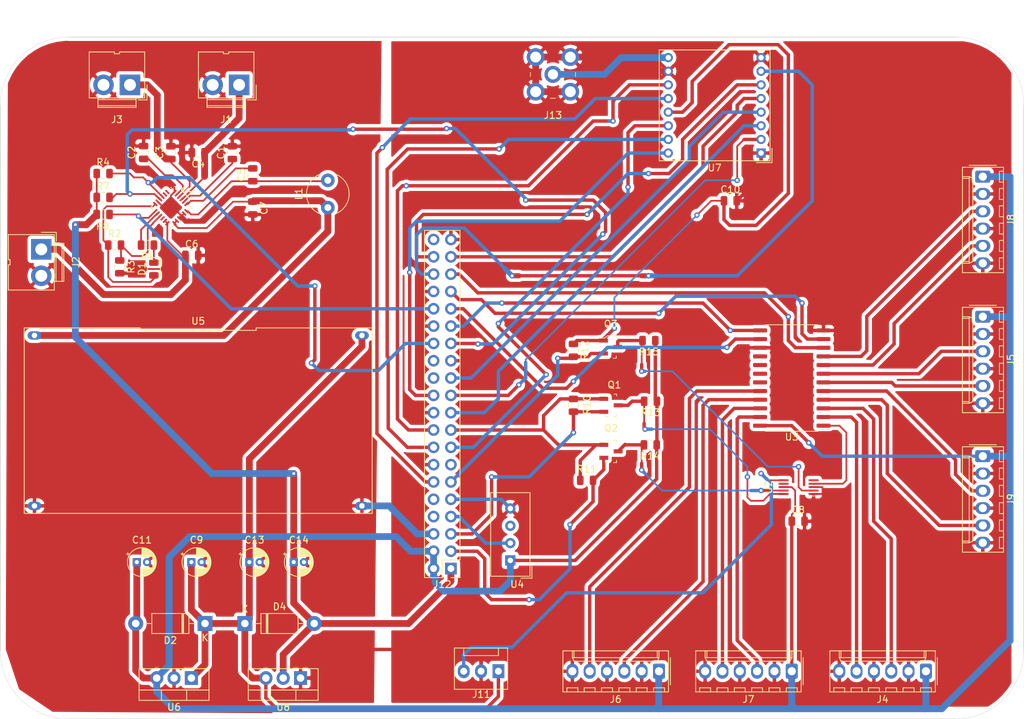
<source format=kicad_pcb>
(kicad_pcb (version 20171130) (host pcbnew "(5.1.5)-3")
  (layers (0 F.Cu signal) (31 B.Cu signal) (34 B.Paste user) (35 F.Paste user) (36 B.SilkS user) (37 F.SilkS user) (38 B.Mask user) (39 F.Mask user) (44 Edge.Cuts user))
  (net 0 "")
  (net 1 "Net-(C1-Pad1)")
  (net 2 GND)
  (net 3 "/Gerenciamento de Bateria/Vusb")
  (net 4 "/Gerenciamento de Bateria/Vext_dc")
  (net 5 "/Gerenciamento de Bateria/SW")
  (net 6 "/Gerenciamento de Bateria/BOOT")
  (net 7 "/Gerenciamento de Bateria/VBAT")
  (net 8 /Reguladores/Vin)
  (net 9 +5V)
  (net 10 /9Vin)
  (net 11 +3V3)
  (net 12 "Net-(D1-Pad1)")
  (net 13 "/Gerenciamento de Bateria/VDRV")
  (net 14 /I7)
  (net 15 /I6)
  (net 16 /I2)
  (net 17 /I3)
  (net 18 /I10)
  (net 19 /I11)
  (net 20 /I8)
  (net 21 /I9)
  (net 22 /I1)
  (net 23 /I0)
  (net 24 /I4)
  (net 25 /I5)
  (net 26 AIN2)
  (net 27 /RASP_SCL0)
  (net 28 /RASP_SDA0)
  (net 29 /RASP_INT0)
  (net 30 /DIO4)
  (net 31 /DHT22)
  (net 32 /DIO0)
  (net 33 /S3)
  (net 34 /DIO3)
  (net 35 /SPI0_0)
  (net 36 /SPI0_1)
  (net 37 /DIO2)
  (net 38 /SPI0_2)
  (net 39 /BQ_SDA)
  (net 40 /BQ_SCL)
  (net 41 /NSS)
  (net 42 /BQ_INT)
  (net 43 /S1)
  (net 44 /S0)
  (net 45 /DIO1)
  (net 46 /S2)
  (net 47 /RESET)
  (net 48 /AD_SCL)
  (net 49 /AD_SDA)
  (net 50 /AD_ALERT)
  (net 51 "/Gerenciamento de Bateria/STAT")
  (net 52 "/Gerenciamento de Bateria/BAT_NTC")
  (net 53 /ADS1115+MUX/AIN0)
  (net 54 "/Gerenciamento de Bateria/PMIDU")
  (net 55 "/Radio LoRa RFM95W/ANT")
  (net 56 /DIO5)
  (module RF_Module:HOPERF_RFM9XW_THT (layer F.Cu) (at 182.5 62 180)
    (fp_text reference U7 (at 6.8 -2.17) (layer F.SilkS))
    (fp_text value RFM95W-915S2)
    (pad 16 thru_hole circle (at 13.6 0 180) (size 1.35 1.35) (drill 0.8) (layers *.Cu *.Mask) (net 37 /DIO2))
    (pad 15 thru_hole circle (at 13.6 2 180) (size 1.35 1.35) (drill 0.8) (layers *.Cu *.Mask) (net 45 /DIO1))
    (pad 14 thru_hole circle (at 13.6 4 180) (size 1.35 1.35) (drill 0.8) (layers *.Cu *.Mask) (net 32 /DIO0))
    (pad 13 thru_hole circle (at 13.6 6 180) (size 1.35 1.35) (drill 0.8) (layers *.Cu *.Mask) (net 11 +3V3))
    (pad 12 thru_hole circle (at 13.6 8 180) (size 1.35 1.35) (drill 0.8) (layers *.Cu *.Mask) (net 30 /DIO4))
    (pad 11 thru_hole circle (at 13.6 10 180) (size 1.35 1.35) (drill 0.8) (layers *.Cu *.Mask) (net 34 /DIO3))
    (pad 10 thru_hole circle (at 13.6 12 180) (size 1.35 1.35) (drill 0.8) (layers *.Cu *.Mask) (net 2 GND))
    (pad 9 thru_hole circle (at 13.6 14 180) (size 1.35 1.35) (drill 0.8) (layers *.Cu *.Mask) (net 55 "/Radio LoRa RFM95W/ANT"))
    (pad 8 thru_hole circle (at 0 14 180) (size 1.35 1.35) (drill 0.8) (layers *.Cu *.Mask) (net 2 GND))
    (pad 7 thru_hole circle (at 0 12 180) (size 1.35 1.35) (drill 0.8) (layers *.Cu *.Mask) (net 56 /DIO5))
    (pad 6 thru_hole circle (at 0 10 180) (size 1.35 1.35) (drill 0.8) (layers *.Cu *.Mask) (net 47 /RESET))
    (pad 5 thru_hole circle (at 0 8 180) (size 1.35 1.35) (drill 0.8) (layers *.Cu *.Mask) (net 41 /NSS))
    (pad 4 thru_hole circle (at 0 6 180) (size 1.35 1.35) (drill 0.8) (layers *.Cu *.Mask) (net 38 /SPI0_2))
    (pad 3 thru_hole circle (at 0 4 180) (size 1.35 1.35) (drill 0.8) (layers *.Cu *.Mask) (net 35 /SPI0_0))
    (pad 2 thru_hole circle (at 0 2 180) (size 1.35 1.35) (drill 0.8) (layers *.Cu *.Mask) (net 36 /SPI0_1))
    (pad 1 thru_hole rect (at 0 0 180) (size 1.35 1.35) (drill 0.8) (layers *.Cu *.Mask) (net 2 GND))
  )
  (module Resistor_SMD:R_0805_2012Metric (layer F.Cu) (at 166.0625 89.5 180)
    (fp_text reference R15 (at 0 -1.65) (layer F.SilkS))
    (fp_text value 10k)
    (pad 2 smd roundrect (at 0.9375 0 180) (size 0.975 1.4) (layers F.Cu F.Paste F.Mask) (net 50 /AD_ALERT))
    (pad 1 smd roundrect (at -0.9375 0 180) (size 0.975 1.4) (layers F.Cu F.Paste F.Mask) (net 9 +5V))
  )
  (module Resistor_SMD:R_0805_2012Metric (layer F.Cu) (at 166.2625 104.8 180)
    (fp_text reference R14 (at 0 -1.65) (layer F.SilkS))
    (fp_text value 10k)
    (pad 2 smd roundrect (at 0.9375 0 180) (size 0.975 1.4) (layers F.Cu F.Paste F.Mask) (net 49 /AD_SDA))
    (pad 1 smd roundrect (at -0.9375 0 180) (size 0.975 1.4) (layers F.Cu F.Paste F.Mask) (net 9 +5V))
  )
  (module Resistor_SMD:R_0805_2012Metric (layer F.Cu) (at 166.3 98.4 180)
    (fp_text reference R13 (at 0 -1.65) (layer F.SilkS))
    (fp_text value 10k)
    (pad 2 smd roundrect (at 0.9375 0 180) (size 0.975 1.4) (layers F.Cu F.Paste F.Mask) (net 48 /AD_SCL))
    (pad 1 smd roundrect (at -0.9375 0 180) (size 0.975 1.4) (layers F.Cu F.Paste F.Mask) (net 9 +5V))
  )
  (module Resistor_SMD:R_0805_2012Metric (layer F.Cu) (at 155 90.9375 270)
    (fp_text reference R12 (at 0 -1.65 90) (layer F.SilkS))
    (fp_text value 10k)
    (pad 2 smd roundrect (at 0.9375 0 270) (size 0.975 1.4) (layers F.Cu F.Paste F.Mask) (net 29 /RASP_INT0))
    (pad 1 smd roundrect (at -0.9375 0 270) (size 0.975 1.4) (layers F.Cu F.Paste F.Mask) (net 11 +3V3))
  )
  (module Resistor_SMD:R_0805_2012Metric (layer F.Cu) (at 156.9375 110)
    (fp_text reference R11 (at 0 -1.65) (layer F.SilkS))
    (fp_text value 10k)
    (pad 2 smd roundrect (at 0.9375 0) (size 0.975 1.4) (layers F.Cu F.Paste F.Mask) (net 28 /RASP_SDA0))
    (pad 1 smd roundrect (at -0.9375 0) (size 0.975 1.4) (layers F.Cu F.Paste F.Mask) (net 11 +3V3))
  )
  (module Resistor_SMD:R_0805_2012Metric (layer F.Cu) (at 155 99 270)
    (fp_text reference R10 (at -0.0625 -2 90) (layer F.SilkS))
    (fp_text value 10k)
    (pad 2 smd roundrect (at 0.9375 0 270) (size 0.975 1.4) (layers F.Cu F.Paste F.Mask) (net 27 /RASP_SCL0))
    (pad 1 smd roundrect (at -0.9375 0 270) (size 0.975 1.4) (layers F.Cu F.Paste F.Mask) (net 11 +3V3))
  )
  (module digikey-footprints:SOT-23-3 (layer F.Cu) (at 160.45 90.45)
    (fp_text reference Q3 (at 0.025 -3.375) (layer F.SilkS))
    (fp_text value BSS138)
    (pad 1 smd rect (at -1.05 -0.95) (size 1.3 0.6) (layers F.Cu F.Paste F.Mask) (net 11 +3V3))
    (pad 2 smd rect (at -1.05 0.95) (size 1.3 0.6) (layers F.Cu F.Paste F.Mask) (net 29 /RASP_INT0))
    (pad 3 smd rect (at 1.05 0) (size 1.3 0.6) (layers F.Cu F.Paste F.Mask) (net 50 /AD_ALERT))
  )
  (module digikey-footprints:SOT-23-3 (layer F.Cu) (at 160.5 105.75)
    (fp_text reference Q2 (at 0.025 -3.375) (layer F.SilkS))
    (fp_text value BSS138)
    (pad 1 smd rect (at -1.05 -0.95) (size 1.3 0.6) (layers F.Cu F.Paste F.Mask) (net 11 +3V3))
    (pad 2 smd rect (at -1.05 0.95) (size 1.3 0.6) (layers F.Cu F.Paste F.Mask) (net 28 /RASP_SDA0))
    (pad 3 smd rect (at 1.05 0) (size 1.3 0.6) (layers F.Cu F.Paste F.Mask) (net 49 /AD_SDA))
  )
  (module digikey-footprints:SOT-23-3 (layer F.Cu) (at 160.5 99)
    (fp_text reference Q1 (at 0.5 -3) (layer F.SilkS))
    (fp_text value BSS138)
    (pad 1 smd rect (at -1.05 -0.95) (size 1.3 0.6) (layers F.Cu F.Paste F.Mask) (net 11 +3V3))
    (pad 2 smd rect (at -1.05 0.95) (size 1.3 0.6) (layers F.Cu F.Paste F.Mask) (net 27 /RASP_SCL0))
    (pad 3 smd rect (at 1.05 0) (size 1.3 0.6) (layers F.Cu F.Paste F.Mask) (net 48 /AD_SCL))
  )
  (module digikey-footprints:MSOP-10_W3mm (layer F.Cu) (at 188 111 90)
    (fp_text reference U2 (at 0 -4.4 90) (layer F.SilkS))
    (fp_text value ADS1115IDGST)
    (pad 10 smd rect (at -1 -2.2 90) (size 0.3 1.45) (layers F.Cu F.Paste F.Mask) (net 48 /AD_SCL))
    (pad 9 smd rect (at -0.5 -2.2 90) (size 0.3 1.45) (layers F.Cu F.Paste F.Mask) (net 49 /AD_SDA))
    (pad 8 smd rect (at 0 -2.2 90) (size 0.3 1.45) (layers F.Cu F.Paste F.Mask) (net 9 +5V))
    (pad 7 smd rect (at 0.5 -2.2 90) (size 0.3 1.45) (layers F.Cu F.Paste F.Mask))
    (pad 5 smd rect (at 1 2.2 90) (size 0.3 1.45) (layers F.Cu F.Paste F.Mask))
    (pad 4 smd rect (at 0.5 2.2 90) (size 0.3 1.45) (layers F.Cu F.Paste F.Mask) (net 53 /ADS1115+MUX/AIN0))
    (pad 3 smd rect (at 0 2.2 90) (size 0.3 1.45) (layers F.Cu F.Paste F.Mask) (net 2 GND))
    (pad 2 smd rect (at -0.5 2.2 90) (size 0.3 1.45) (layers F.Cu F.Paste F.Mask) (net 50 /AD_ALERT))
    (pad 6 smd rect (at 1 -2.2 90) (size 0.3 1.45) (layers F.Cu F.Paste F.Mask) (net 26 AIN2))
    (pad 1 smd rect (at -1 2.2 90) (size 0.3 1.45) (layers F.Cu F.Paste F.Mask) (net 2 GND))
  )
  (module Package_SO:SOIC-24W_7.5x15.4mm_P1.27mm (layer F.Cu) (at 187 95 180)
    (fp_text reference U3 (at 0 -8.65) (layer F.SilkS))
    (fp_text value CD74HC4067M)
    (pad 1 smd roundrect (at -4.65 -6.985 180) (size 2.05 0.6) (layers F.Cu F.Paste F.Mask) (net 53 /ADS1115+MUX/AIN0))
    (pad 2 smd roundrect (at -4.65 -5.715 180) (size 2.05 0.6) (layers F.Cu F.Paste F.Mask) (net 14 /I7))
    (pad 3 smd roundrect (at -4.65 -4.445 180) (size 2.05 0.6) (layers F.Cu F.Paste F.Mask) (net 15 /I6))
    (pad 4 smd roundrect (at -4.65 -3.175 180) (size 2.05 0.6) (layers F.Cu F.Paste F.Mask) (net 25 /I5))
    (pad 5 smd roundrect (at -4.65 -1.905 180) (size 2.05 0.6) (layers F.Cu F.Paste F.Mask) (net 24 /I4))
    (pad 6 smd roundrect (at -4.65 -0.635 180) (size 2.05 0.6) (layers F.Cu F.Paste F.Mask) (net 17 /I3))
    (pad 7 smd roundrect (at -4.65 0.635 180) (size 2.05 0.6) (layers F.Cu F.Paste F.Mask) (net 16 /I2))
    (pad 8 smd roundrect (at -4.65 1.905 180) (size 2.05 0.6) (layers F.Cu F.Paste F.Mask) (net 22 /I1))
    (pad 9 smd roundrect (at -4.65 3.175 180) (size 2.05 0.6) (layers F.Cu F.Paste F.Mask) (net 23 /I0))
    (pad 10 smd roundrect (at -4.65 4.445 180) (size 2.05 0.6) (layers F.Cu F.Paste F.Mask) (net 44 /S0))
    (pad 11 smd roundrect (at -4.65 5.715 180) (size 2.05 0.6) (layers F.Cu F.Paste F.Mask) (net 43 /S1))
    (pad 12 smd roundrect (at -4.65 6.985 180) (size 2.05 0.6) (layers F.Cu F.Paste F.Mask) (net 2 GND))
    (pad 13 smd roundrect (at 4.65 6.985 180) (size 2.05 0.6) (layers F.Cu F.Paste F.Mask) (net 33 /S3))
    (pad 14 smd roundrect (at 4.65 5.715 180) (size 2.05 0.6) (layers F.Cu F.Paste F.Mask) (net 46 /S2))
    (pad 15 smd roundrect (at 4.65 4.445 180) (size 2.05 0.6) (layers F.Cu F.Paste F.Mask) (net 2 GND))
    (pad 16 smd roundrect (at 4.65 3.175 180) (size 2.05 0.6) (layers F.Cu F.Paste F.Mask))
    (pad 17 smd roundrect (at 4.65 1.905 180) (size 2.05 0.6) (layers F.Cu F.Paste F.Mask))
    (pad 18 smd roundrect (at 4.65 0.635 180) (size 2.05 0.6) (layers F.Cu F.Paste F.Mask))
    (pad 19 smd roundrect (at 4.65 -0.635 180) (size 2.05 0.6) (layers F.Cu F.Paste F.Mask))
    (pad 20 smd roundrect (at 4.65 -1.905 180) (size 2.05 0.6) (layers F.Cu F.Paste F.Mask) (net 19 /I11))
    (pad 21 smd roundrect (at 4.65 -3.175 180) (size 2.05 0.6) (layers F.Cu F.Paste F.Mask) (net 18 /I10))
    (pad 22 smd roundrect (at 4.65 -4.445 180) (size 2.05 0.6) (layers F.Cu F.Paste F.Mask) (net 21 /I9))
    (pad 23 smd roundrect (at 4.65 -5.715 180) (size 2.05 0.6) (layers F.Cu F.Paste F.Mask) (net 20 /I8))
    (pad 24 smd roundrect (at 4.65 -6.985 180) (size 2.05 0.6) (layers F.Cu F.Paste F.Mask) (net 9 +5V))
  )
  (module Capacitor_SMD:C_0805_2012Metric (layer F.Cu) (at 105 61.9375 90)
    (fp_text reference C1 (at 0 -1.65 90) (layer F.SilkS))
    (fp_text value 4,7uF)
    (pad 1 smd roundrect (at -0.9375 0 90) (size 0.975 1.4) (layers F.Cu F.Paste F.Mask) (net 1 "Net-(C1-Pad1)"))
    (pad 2 smd roundrect (at 0.9375 0 90) (size 0.975 1.4) (layers F.Cu F.Paste F.Mask) (net 2 GND))
  )
  (module Capacitor_SMD:C_0805_2012Metric (layer F.Cu) (at 92 61.9125 270)
    (fp_text reference C2 (at 0 1.75 90) (layer F.SilkS))
    (fp_text value 4,7uF)
    (pad 2 smd roundrect (at 0.9375 0 270) (size 0.975 1.4) (layers F.Cu F.Paste F.Mask) (net 54 "/Gerenciamento de Bateria/PMIDU"))
    (pad 1 smd roundrect (at -0.9375 0 270) (size 0.975 1.4) (layers F.Cu F.Paste F.Mask) (net 2 GND))
  )
  (module Capacitor_SMD:C_0805_2012Metric (layer F.Cu) (at 96 61.9375 90)
    (fp_text reference C3 (at 0 -1.65 90) (layer F.SilkS))
    (fp_text value 1uF)
    (pad 1 smd roundrect (at -0.9375 0 90) (size 0.975 1.4) (layers F.Cu F.Paste F.Mask) (net 3 "/Gerenciamento de Bateria/Vusb"))
    (pad 2 smd roundrect (at 0.9375 0 90) (size 0.975 1.4) (layers F.Cu F.Paste F.Mask) (net 2 GND))
  )
  (module Capacitor_SMD:C_0805_2012Metric (layer F.Cu) (at 100 61.9375 180)
    (fp_text reference C4 (at 0 -1.65) (layer F.SilkS))
    (fp_text value 1uF)
    (pad 2 smd roundrect (at 0.9375 0 180) (size 0.975 1.4) (layers F.Cu F.Paste F.Mask) (net 2 GND))
    (pad 1 smd roundrect (at -0.9375 0 180) (size 0.975 1.4) (layers F.Cu F.Paste F.Mask) (net 4 "/Gerenciamento de Bateria/Vext_dc"))
  )
  (module Capacitor_SMD:C_0805_2012Metric (layer F.Cu) (at 108 65.1875 90)
    (fp_text reference C5 (at 0 -1.65 90) (layer F.SilkS))
    (fp_text value 0,01uF)
    (pad 1 smd roundrect (at -0.9375 0 90) (size 0.975 1.4) (layers F.Cu F.Paste F.Mask) (net 5 "/Gerenciamento de Bateria/SW"))
    (pad 2 smd roundrect (at 0.9375 0 90) (size 0.975 1.4) (layers F.Cu F.Paste F.Mask) (net 6 "/Gerenciamento de Bateria/BOOT"))
  )
  (module Capacitor_SMD:C_0805_2012Metric (layer F.Cu) (at 99.0625 77)
    (fp_text reference C6 (at 0 -1.65) (layer F.SilkS))
    (fp_text value 1uF)
    (pad 2 smd roundrect (at 0.9375 0) (size 0.975 1.4) (layers F.Cu F.Paste F.Mask) (net 2 GND))
    (pad 1 smd roundrect (at -0.9375 0) (size 0.975 1.4) (layers F.Cu F.Paste F.Mask) (net 7 "/Gerenciamento de Bateria/VBAT"))
  )
  (module Capacitor_SMD:C_0805_2012Metric (layer F.Cu) (at 108 70.0625 270)
    (fp_text reference C7 (at 0 -1.65 90) (layer F.SilkS))
    (fp_text value 1uF)
    (pad 1 smd roundrect (at -0.9375 0 270) (size 0.975 1.4) (layers F.Cu F.Paste F.Mask) (net 8 /Reguladores/Vin))
    (pad 2 smd roundrect (at 0.9375 0 270) (size 0.975 1.4) (layers F.Cu F.Paste F.Mask) (net 2 GND))
  )
  (module Capacitor_SMD:C_0805_2012Metric (layer F.Cu) (at 187.9375 116)
    (fp_text reference C8 (at 0 -1.65) (layer F.SilkS))
    (fp_text value 1uF)
    (pad 2 smd roundrect (at 0.9375 0) (size 0.975 1.4) (layers F.Cu F.Paste F.Mask) (net 2 GND))
    (pad 1 smd roundrect (at -0.9375 0) (size 0.975 1.4) (layers F.Cu F.Paste F.Mask) (net 9 +5V))
  )
  (module Capacitor_THT:CP_Radial_D4.0mm_P1.50mm (layer F.Cu) (at 99 122)
    (fp_text reference C9 (at 0.75 -3.25) (layer F.SilkS))
    (fp_text value 0,33uF)
    (pad 2 thru_hole circle (at 1.5 0) (size 1.2 1.2) (drill 0.6) (layers *.Cu *.Mask) (net 2 GND))
    (pad 1 thru_hole rect (at 0 0) (size 1.2 1.2) (drill 0.6) (layers *.Cu *.Mask) (net 10 /9Vin))
  )
  (module Capacitor_SMD:C_0805_2012Metric (layer F.Cu) (at 178 69)
    (fp_text reference C10 (at 0 -1.65) (layer F.SilkS))
    (fp_text value 100nF)
    (pad 1 smd roundrect (at -0.9375 0) (size 0.975 1.4) (layers F.Cu F.Paste F.Mask) (net 11 +3V3))
    (pad 2 smd roundrect (at 0.9375 0) (size 0.975 1.4) (layers F.Cu F.Paste F.Mask) (net 2 GND))
  )
  (module Capacitor_THT:CP_Radial_D4.0mm_P1.50mm (layer F.Cu) (at 91 122)
    (fp_text reference C11 (at 0.75 -3.25) (layer F.SilkS))
    (fp_text value 0,1uF)
    (pad 2 thru_hole circle (at 1.5 0) (size 1.2 1.2) (drill 0.6) (layers *.Cu *.Mask) (net 2 GND))
    (pad 1 thru_hole rect (at 0 0) (size 1.2 1.2) (drill 0.6) (layers *.Cu *.Mask) (net 9 +5V))
  )
  (module Capacitor_THT:CP_Radial_D4.0mm_P1.50mm (layer F.Cu) (at 107.5 122)
    (fp_text reference C13 (at 0.75 -3.25) (layer F.SilkS))
    (fp_text value 0,33uF)
    (pad 1 thru_hole rect (at 0 0) (size 1.2 1.2) (drill 0.6) (layers *.Cu *.Mask) (net 10 /9Vin))
    (pad 2 thru_hole circle (at 1.5 0) (size 1.2 1.2) (drill 0.6) (layers *.Cu *.Mask) (net 2 GND))
  )
  (module Capacitor_THT:CP_Radial_D4.0mm_P1.50mm (layer F.Cu) (at 114 122)
    (fp_text reference C14 (at 0.75 -3.25) (layer F.SilkS))
    (fp_text value 0,1uF)
    (pad 1 thru_hole rect (at 0 0) (size 1.2 1.2) (drill 0.6) (layers *.Cu *.Mask) (net 11 +3V3))
    (pad 2 thru_hole circle (at 1.5 0) (size 1.2 1.2) (drill 0.6) (layers *.Cu *.Mask) (net 2 GND))
  )
  (module LED_SMD:LED_0805_2012Metric (layer F.Cu) (at 93.5 79 270)
    (fp_text reference D1 (at 0 1.75 90) (layer F.SilkS))
    (fp_text value LED)
    (pad 1 smd roundrect (at -0.9375 0 270) (size 0.975 1.4) (layers F.Cu F.Paste F.Mask) (net 12 "Net-(D1-Pad1)"))
    (pad 2 smd roundrect (at 0.9375 0 270) (size 0.975 1.4) (layers F.Cu F.Paste F.Mask) (net 13 "/Gerenciamento de Bateria/VDRV"))
  )
  (module Diode_THT:D_DO-41_SOD81_P10.16mm_Horizontal (layer F.Cu) (at 101 131 180)
    (fp_text reference D2 (at 5.08 -2.47) (layer F.SilkS))
    (fp_text value 1N4001)
    (fp_text user K (at 0 -2.1) (layer F.SilkS))
    (pad 2 thru_hole oval (at 10.16 0 180) (size 2.2 2.2) (drill 1.1) (layers *.Cu *.Mask) (net 9 +5V))
    (pad 1 thru_hole rect (at 0 0 180) (size 2.2 2.2) (drill 1.1) (layers *.Cu *.Mask) (net 10 /9Vin))
  )
  (module Diode_THT:D_DO-41_SOD81_P10.16mm_Horizontal (layer F.Cu) (at 106.84 131)
    (fp_text reference D4 (at 5.08 -2.47) (layer F.SilkS))
    (fp_text value 1N4001)
    (fp_text user K (at 0 -2.1) (layer F.SilkS))
    (pad 1 thru_hole rect (at 0 0) (size 2.2 2.2) (drill 1.1) (layers *.Cu *.Mask) (net 10 /9Vin))
    (pad 2 thru_hole oval (at 10.16 0) (size 2.2 2.2) (drill 1.1) (layers *.Cu *.Mask) (net 11 +3V3))
  )
  (module Connector:JWT_A3963_1x02_P3.96mm_Vertical (layer F.Cu) (at 106 52 180)
    (fp_text reference J1 (at 1.91 -5.08) (layer F.SilkS))
    (fp_text value Conn_01x02_Male)
    (pad 1 thru_hole rect (at 0 0 180) (size 3 3) (drill 1.75) (layers *.Cu *.Mask) (net 4 "/Gerenciamento de Bateria/Vext_dc"))
    (pad 2 thru_hole circle (at 3.88 0 180) (size 3 3) (drill 1.75) (layers *.Cu *.Mask) (net 2 GND))
  )
  (module Connector:JWT_A3963_1x02_P3.96mm_Vertical (layer F.Cu) (at 77 76.12 270)
    (fp_text reference J2 (at 1.91 -5.08 90) (layer F.SilkS))
    (fp_text value Conn_01x02_Male)
    (pad 1 thru_hole rect (at 0 0 270) (size 3 3) (drill 1.75) (layers *.Cu *.Mask) (net 7 "/Gerenciamento de Bateria/VBAT"))
    (pad 2 thru_hole circle (at 3.88 0 270) (size 3 3) (drill 1.75) (layers *.Cu *.Mask) (net 2 GND))
  )
  (module Connector:JWT_A3963_1x02_P3.96mm_Vertical (layer F.Cu) (at 90 52 180)
    (fp_text reference J3 (at 1.91 -5.08) (layer F.SilkS))
    (fp_text value Conn_01x02_Female)
    (pad 2 thru_hole circle (at 3.88 0 180) (size 3 3) (drill 1.75) (layers *.Cu *.Mask) (net 2 GND))
    (pad 1 thru_hole rect (at 0 0 180) (size 3 3) (drill 1.75) (layers *.Cu *.Mask) (net 3 "/Gerenciamento de Bateria/Vusb"))
  )
  (module Connector_Molex:Molex_KK-254_AE-6410-06A_1x06_P2.54mm_Vertical (layer F.Cu) (at 206.66 138 180)
    (fp_text reference J4 (at 6.35 -4.12) (layer F.SilkS))
    (fp_text value Conn_01x06_Male)
    (pad 6 thru_hole oval (at 12.7 0 180) (size 1.74 2.2) (drill 1.2) (layers *.Cu *.Mask) (net 2 GND))
    (pad 5 thru_hole oval (at 10.16 0 180) (size 1.74 2.2) (drill 1.2) (layers *.Cu *.Mask) (net 14 /I7))
    (pad 4 thru_hole oval (at 7.62 0 180) (size 1.74 2.2) (drill 1.2) (layers *.Cu *.Mask) (net 2 GND))
    (pad 3 thru_hole oval (at 5.08 0 180) (size 1.74 2.2) (drill 1.2) (layers *.Cu *.Mask) (net 15 /I6))
    (pad 2 thru_hole oval (at 2.54 0 180) (size 1.74 2.2) (drill 1.2) (layers *.Cu *.Mask) (net 2 GND))
    (pad 1 thru_hole roundrect (at 0 0 180) (size 1.74 2.2) (drill 1.2) (layers *.Cu *.Mask) (roundrect_rratio 0.143678) (net 9 +5V))
  )
  (module Connector_Molex:Molex_KK-254_AE-6410-06A_1x06_P2.54mm_Vertical (layer F.Cu) (at 215 86 270)
    (fp_text reference J5 (at 6.35 -4.12 90) (layer F.SilkS))
    (fp_text value Conn_01x06_Male)
    (pad 1 thru_hole roundrect (at 0 0 270) (size 1.74 2.2) (drill 1.2) (layers *.Cu *.Mask) (roundrect_rratio 0.143678) (net 9 +5V))
    (pad 2 thru_hole oval (at 2.54 0 270) (size 1.74 2.2) (drill 1.2) (layers *.Cu *.Mask) (net 2 GND))
    (pad 3 thru_hole oval (at 5.08 0 270) (size 1.74 2.2) (drill 1.2) (layers *.Cu *.Mask) (net 16 /I2))
    (pad 4 thru_hole oval (at 7.62 0 270) (size 1.74 2.2) (drill 1.2) (layers *.Cu *.Mask) (net 2 GND))
    (pad 5 thru_hole oval (at 10.16 0 270) (size 1.74 2.2) (drill 1.2) (layers *.Cu *.Mask) (net 17 /I3))
    (pad 6 thru_hole oval (at 12.7 0 270) (size 1.74 2.2) (drill 1.2) (layers *.Cu *.Mask) (net 2 GND))
  )
  (module Connector_Molex:Molex_KK-254_AE-6410-06A_1x06_P2.54mm_Vertical (layer F.Cu) (at 167.54 138 180)
    (fp_text reference J6 (at 6.35 -4.12) (layer F.SilkS))
    (fp_text value Conn_01x06_Male)
    (pad 1 thru_hole roundrect (at 0 0 180) (size 1.74 2.2) (drill 1.2) (layers *.Cu *.Mask) (roundrect_rratio 0.143678) (net 9 +5V))
    (pad 2 thru_hole oval (at 2.54 0 180) (size 1.74 2.2) (drill 1.2) (layers *.Cu *.Mask) (net 2 GND))
    (pad 3 thru_hole oval (at 5.08 0 180) (size 1.74 2.2) (drill 1.2) (layers *.Cu *.Mask) (net 18 /I10))
    (pad 4 thru_hole oval (at 7.62 0 180) (size 1.74 2.2) (drill 1.2) (layers *.Cu *.Mask) (net 2 GND))
    (pad 5 thru_hole oval (at 10.16 0 180) (size 1.74 2.2) (drill 1.2) (layers *.Cu *.Mask) (net 19 /I11))
    (pad 6 thru_hole oval (at 12.7 0 180) (size 1.74 2.2) (drill 1.2) (layers *.Cu *.Mask) (net 2 GND))
  )
  (module Connector_Molex:Molex_KK-254_AE-6410-06A_1x06_P2.54mm_Vertical (layer F.Cu) (at 187 138 180)
    (fp_text reference J7 (at 6.35 -4.12) (layer F.SilkS))
    (fp_text value Conn_01x06_Male)
    (pad 6 thru_hole oval (at 12.7 0 180) (size 1.74 2.2) (drill 1.2) (layers *.Cu *.Mask) (net 2 GND))
    (pad 5 thru_hole oval (at 10.16 0 180) (size 1.74 2.2) (drill 1.2) (layers *.Cu *.Mask) (net 21 /I9))
    (pad 4 thru_hole oval (at 7.62 0 180) (size 1.74 2.2) (drill 1.2) (layers *.Cu *.Mask) (net 2 GND))
    (pad 3 thru_hole oval (at 5.08 0 180) (size 1.74 2.2) (drill 1.2) (layers *.Cu *.Mask) (net 20 /I8))
    (pad 2 thru_hole oval (at 2.54 0 180) (size 1.74 2.2) (drill 1.2) (layers *.Cu *.Mask) (net 2 GND))
    (pad 1 thru_hole roundrect (at 0 0 180) (size 1.74 2.2) (drill 1.2) (layers *.Cu *.Mask) (roundrect_rratio 0.143678) (net 9 +5V))
  )
  (module Connector_Molex:Molex_KK-254_AE-6410-06A_1x06_P2.54mm_Vertical (layer F.Cu) (at 215 65.46 270)
    (fp_text reference J8 (at 6.35 -4.12 90) (layer F.SilkS))
    (fp_text value Conn_01x06_Male)
    (pad 6 thru_hole oval (at 12.7 0 270) (size 1.74 2.2) (drill 1.2) (layers *.Cu *.Mask) (net 2 GND))
    (pad 5 thru_hole oval (at 10.16 0 270) (size 1.74 2.2) (drill 1.2) (layers *.Cu *.Mask) (net 22 /I1))
    (pad 4 thru_hole oval (at 7.62 0 270) (size 1.74 2.2) (drill 1.2) (layers *.Cu *.Mask) (net 2 GND))
    (pad 3 thru_hole oval (at 5.08 0 270) (size 1.74 2.2) (drill 1.2) (layers *.Cu *.Mask) (net 23 /I0))
    (pad 2 thru_hole oval (at 2.54 0 270) (size 1.74 2.2) (drill 1.2) (layers *.Cu *.Mask) (net 2 GND))
    (pad 1 thru_hole roundrect (at 0 0 270) (size 1.74 2.2) (drill 1.2) (layers *.Cu *.Mask) (roundrect_rratio 0.143678) (net 9 +5V))
  )
  (module Connector_Molex:Molex_KK-254_AE-6410-06A_1x06_P2.54mm_Vertical (layer F.Cu) (at 215 106.46 270)
    (fp_text reference J9 (at 6.35 -4.12 90) (layer F.SilkS))
    (fp_text value Conn_01x06_Male)
    (pad 1 thru_hole roundrect (at 0 0 270) (size 1.74 2.2) (drill 1.2) (layers *.Cu *.Mask) (roundrect_rratio 0.143678) (net 9 +5V))
    (pad 2 thru_hole oval (at 2.54 0 270) (size 1.74 2.2) (drill 1.2) (layers *.Cu *.Mask) (net 2 GND))
    (pad 3 thru_hole oval (at 5.08 0 270) (size 1.74 2.2) (drill 1.2) (layers *.Cu *.Mask) (net 24 /I4))
    (pad 4 thru_hole oval (at 7.62 0 270) (size 1.74 2.2) (drill 1.2) (layers *.Cu *.Mask) (net 2 GND))
    (pad 5 thru_hole oval (at 10.16 0 270) (size 1.74 2.2) (drill 1.2) (layers *.Cu *.Mask) (net 25 /I5))
    (pad 6 thru_hole oval (at 12.7 0 270) (size 1.74 2.2) (drill 1.2) (layers *.Cu *.Mask) (net 2 GND))
  )
  (module Connector_PinHeader_2.54mm:PinHeader_2x20_P2.54mm_Vertical (layer F.Cu) (at 137.04 122.94 180)
    (fp_text reference J12 (at 1.27 -2.33) (layer F.SilkS))
    (fp_text value Conn_02x20_Odd_Even)
    (pad 1 thru_hole rect (at 0 0 180) (size 1.7 1.7) (drill 1) (layers *.Cu *.Mask) (net 11 +3V3))
    (pad 2 thru_hole oval (at 2.54 0 180) (size 1.7 1.7) (drill 1) (layers *.Cu *.Mask) (net 9 +5V))
    (pad 3 thru_hole oval (at 0 2.54 180) (size 1.7 1.7) (drill 1) (layers *.Cu *.Mask) (net 28 /RASP_SDA0))
    (pad 4 thru_hole oval (at 2.54 2.54 180) (size 1.7 1.7) (drill 1) (layers *.Cu *.Mask) (net 9 +5V))
    (pad 5 thru_hole oval (at 0 5.08 180) (size 1.7 1.7) (drill 1) (layers *.Cu *.Mask) (net 27 /RASP_SCL0))
    (pad 6 thru_hole oval (at 2.54 5.08 180) (size 1.7 1.7) (drill 1) (layers *.Cu *.Mask) (net 2 GND))
    (pad 7 thru_hole oval (at 0 7.62 180) (size 1.7 1.7) (drill 1) (layers *.Cu *.Mask) (net 31 /DHT22))
    (pad 8 thru_hole oval (at 2.54 7.62 180) (size 1.7 1.7) (drill 1) (layers *.Cu *.Mask))
    (pad 9 thru_hole oval (at 0 10.16 180) (size 1.7 1.7) (drill 1) (layers *.Cu *.Mask) (net 2 GND))
    (pad 10 thru_hole oval (at 2.54 10.16 180) (size 1.7 1.7) (drill 1) (layers *.Cu *.Mask))
    (pad 11 thru_hole oval (at 0 12.7 180) (size 1.7 1.7) (drill 1) (layers *.Cu *.Mask) (net 29 /RASP_INT0))
    (pad 12 thru_hole oval (at 2.54 12.7 180) (size 1.7 1.7) (drill 1) (layers *.Cu *.Mask) (net 30 /DIO4))
    (pad 13 thru_hole oval (at 0 15.24 180) (size 1.7 1.7) (drill 1) (layers *.Cu *.Mask))
    (pad 14 thru_hole oval (at 2.54 15.24 180) (size 1.7 1.7) (drill 1) (layers *.Cu *.Mask) (net 2 GND))
    (pad 15 thru_hole oval (at 0 17.78 180) (size 1.7 1.7) (drill 1) (layers *.Cu *.Mask) (net 32 /DIO0))
    (pad 16 thru_hole oval (at 2.54 17.78 180) (size 1.7 1.7) (drill 1) (layers *.Cu *.Mask) (net 45 /DIO1))
    (pad 17 thru_hole oval (at 0 20.32 180) (size 1.7 1.7) (drill 1) (layers *.Cu *.Mask) (net 11 +3V3))
    (pad 18 thru_hole oval (at 2.54 20.32 180) (size 1.7 1.7) (drill 1) (layers *.Cu *.Mask) (net 34 /DIO3))
    (pad 19 thru_hole oval (at 0 22.86 180) (size 1.7 1.7) (drill 1) (layers *.Cu *.Mask) (net 35 /SPI0_0))
    (pad 20 thru_hole oval (at 2.54 22.86 180) (size 1.7 1.7) (drill 1) (layers *.Cu *.Mask) (net 2 GND))
    (pad 21 thru_hole oval (at 0 25.4 180) (size 1.7 1.7) (drill 1) (layers *.Cu *.Mask) (net 36 /SPI0_1))
    (pad 22 thru_hole oval (at 2.54 25.4 180) (size 1.7 1.7) (drill 1) (layers *.Cu *.Mask) (net 37 /DIO2))
    (pad 23 thru_hole oval (at 0 27.94 180) (size 1.7 1.7) (drill 1) (layers *.Cu *.Mask) (net 38 /SPI0_2))
    (pad 24 thru_hole oval (at 2.54 27.94 180) (size 1.7 1.7) (drill 1) (layers *.Cu *.Mask))
    (pad 25 thru_hole oval (at 0 30.48 180) (size 1.7 1.7) (drill 1) (layers *.Cu *.Mask) (net 2 GND))
    (pad 26 thru_hole oval (at 2.54 30.48 180) (size 1.7 1.7) (drill 1) (layers *.Cu *.Mask))
    (pad 27 thru_hole oval (at 0 33.02 180) (size 1.7 1.7) (drill 1) (layers *.Cu *.Mask) (net 39 /BQ_SDA))
    (pad 28 thru_hole oval (at 2.54 33.02 180) (size 1.7 1.7) (drill 1) (layers *.Cu *.Mask) (net 40 /BQ_SCL))
    (pad 29 thru_hole oval (at 0 35.56 180) (size 1.7 1.7) (drill 1) (layers *.Cu *.Mask) (net 33 /S3))
    (pad 30 thru_hole oval (at 2.54 35.56 180) (size 1.7 1.7) (drill 1) (layers *.Cu *.Mask) (net 2 GND))
    (pad 31 thru_hole oval (at 0 38.1 180) (size 1.7 1.7) (drill 1) (layers *.Cu *.Mask) (net 46 /S2))
    (pad 32 thru_hole oval (at 2.54 38.1 180) (size 1.7 1.7) (drill 1) (layers *.Cu *.Mask) (net 42 /BQ_INT))
    (pad 33 thru_hole oval (at 0 40.64 180) (size 1.7 1.7) (drill 1) (layers *.Cu *.Mask) (net 43 /S1))
    (pad 34 thru_hole oval (at 2.54 40.64 180) (size 1.7 1.7) (drill 1) (layers *.Cu *.Mask) (net 2 GND))
    (pad 35 thru_hole oval (at 0 43.18 180) (size 1.7 1.7) (drill 1) (layers *.Cu *.Mask) (net 44 /S0))
    (pad 36 thru_hole oval (at 2.54 43.18 180) (size 1.7 1.7) (drill 1) (layers *.Cu *.Mask) (net 56 /DIO5))
    (pad 37 thru_hole oval (at 0 45.72 180) (size 1.7 1.7) (drill 1) (layers *.Cu *.Mask) (net 41 /NSS))
    (pad 38 thru_hole oval (at 2.54 45.72 180) (size 1.7 1.7) (drill 1) (layers *.Cu *.Mask) (net 47 /RESET))
    (pad 39 thru_hole oval (at 0 48.26 180) (size 1.7 1.7) (drill 1) (layers *.Cu *.Mask) (net 2 GND))
    (pad 40 thru_hole oval (at 2.54 48.26 180) (size 1.7 1.7) (drill 1) (layers *.Cu *.Mask))
  )
  (module digikey-footprints:RF_SMA_RightAngle_5-1814400-1 (layer F.Cu) (at 152 50.46)
    (fp_text reference J13 (at 0 6) (layer F.SilkS))
    (fp_text value 5-1814400-1)
    (pad 1 thru_hole circle (at -2.54 2.54) (size 2.6 2.6) (drill 1.6) (layers *.Cu *.Mask) (net 2 GND))
    (pad 1 thru_hole circle (at -2.54 -2.54) (size 2.6 2.6) (drill 1.6) (layers *.Cu *.Mask) (net 2 GND))
    (pad 1 thru_hole circle (at 2.54 2.54) (size 2.6 2.6) (drill 1.6) (layers *.Cu *.Mask) (net 2 GND))
    (pad 1 thru_hole circle (at 2.54 -2.54) (size 2.6 2.6) (drill 1.6) (layers *.Cu *.Mask) (net 2 GND))
    (pad 2 thru_hole circle (at 0 0) (size 2.5 2.5) (drill 1.5) (layers *.Cu *.Mask) (net 55 "/Radio LoRa RFM95W/ANT"))
  )
  (module Inductor_THT:L_Radial_D6.0mm_P4.00mm (layer F.Cu) (at 119 70 90)
    (fp_text reference L1 (at 2 -4.25 90) (layer F.SilkS))
    (fp_text value 1,5uH)
    (pad 1 thru_hole circle (at 0 0 90) (size 2 2) (drill 1) (layers *.Cu *.Mask) (net 8 /Reguladores/Vin))
    (pad 2 thru_hole circle (at 4 0 90) (size 2 2) (drill 1) (layers *.Cu *.Mask) (net 5 "/Gerenciamento de Bateria/SW"))
  )
  (module Resistor_SMD:R_0805_2012Metric (layer F.Cu) (at 92.5625 75.5 180)
    (fp_text reference R1 (at 0 -1.65) (layer F.SilkS))
    (fp_text value 1K)
    (pad 1 smd roundrect (at -0.9375 0 180) (size 0.975 1.4) (layers F.Cu F.Paste F.Mask) (net 12 "Net-(D1-Pad1)"))
    (pad 2 smd roundrect (at 0.9375 0 180) (size 0.975 1.4) (layers F.Cu F.Paste F.Mask) (net 51 "/Gerenciamento de Bateria/STAT"))
  )
  (module Resistor_SMD:R_0805_2012Metric (layer F.Cu) (at 87.75 75.5)
    (fp_text reference R2 (at 0 -1.65) (layer F.SilkS))
    (fp_text value 10k)
    (pad 2 smd roundrect (at 0.9375 0) (size 0.975 1.4) (layers F.Cu F.Paste F.Mask) (net 52 "/Gerenciamento de Bateria/BAT_NTC"))
    (pad 1 smd roundrect (at -0.9375 0) (size 0.975 1.4) (layers F.Cu F.Paste F.Mask) (net 13 "/Gerenciamento de Bateria/VDRV"))
  )
  (module Resistor_SMD:R_0805_2012Metric (layer F.Cu) (at 88.5 78.6875 270)
    (fp_text reference R3 (at 0 -1.65 90) (layer F.SilkS))
    (fp_text value 10K)
    (pad 1 smd roundrect (at -0.9375 0 270) (size 0.975 1.4) (layers F.Cu F.Paste F.Mask) (net 52 "/Gerenciamento de Bateria/BAT_NTC"))
    (pad 2 smd roundrect (at 0.9375 0 270) (size 0.975 1.4) (layers F.Cu F.Paste F.Mask) (net 2 GND))
  )
  (module Resistor_SMD:R_0805_2012Metric (layer F.Cu) (at 86.0625 65)
    (fp_text reference R4 (at 0 -1.65) (layer F.SilkS))
    (fp_text value 10k)
    (pad 2 smd roundrect (at 0.9375 0) (size 0.975 1.4) (layers F.Cu F.Paste F.Mask) (net 40 /BQ_SCL))
    (pad 1 smd roundrect (at -0.9375 0) (size 0.975 1.4) (layers F.Cu F.Paste F.Mask) (net 11 +3V3))
  )
  (module Resistor_SMD:R_0805_2012Metric (layer F.Cu) (at 86.0625 68.5)
    (fp_text reference R7 (at 0 -1.65) (layer F.SilkS))
    (fp_text value 10k)
    (pad 1 smd roundrect (at -0.9375 0) (size 0.975 1.4) (layers F.Cu F.Paste F.Mask) (net 11 +3V3))
    (pad 2 smd roundrect (at 0.9375 0) (size 0.975 1.4) (layers F.Cu F.Paste F.Mask) (net 39 /BQ_SDA))
  )
  (module Resistor_SMD:R_0805_2012Metric (layer F.Cu) (at 86.0625 71)
    (fp_text reference R8 (at -0.0625 1.75) (layer F.SilkS))
    (fp_text value 10k)
    (pad 2 smd roundrect (at 0.9375 0) (size 0.975 1.4) (layers F.Cu F.Paste F.Mask) (net 42 /BQ_INT))
    (pad 1 smd roundrect (at -0.9375 0) (size 0.975 1.4) (layers F.Cu F.Paste F.Mask) (net 11 +3V3))
  )
  (module Package_DFN_QFN:VQFN-24-1EP_4x4mm_P0.5mm_EP2.45x2.45mm (layer F.Cu) (at 96 70 315)
    (fp_text reference U1 (at 0 -3.32 135) (layer F.SilkS))
    (fp_text value BQ24160RGET)
    (pad 25 smd roundrect (at 0 0 315) (size 2.45 2.45) (layers F.Cu F.Mask) (roundrect_rratio 0.102) (net 2 GND))
    (pad 1 smd roundrect (at -1.9875 -1.25 315) (size 0.775 0.25) (layers F.Cu F.Paste F.Mask))
    (pad 2 smd roundrect (at -1.9875 -0.75 315) (size 0.775 0.25) (layers F.Cu F.Paste F.Mask))
    (pad 3 smd roundrect (at -1.9875 -0.25 315) (size 0.775 0.25) (layers F.Cu F.Paste F.Mask) (net 40 /BQ_SCL))
    (pad 4 smd roundrect (at -1.9875 0.25 315) (size 0.775 0.25) (layers F.Cu F.Paste F.Mask) (net 39 /BQ_SDA))
    (pad 5 smd roundrect (at -1.9875 0.75 315) (size 0.775 0.25) (layers F.Cu F.Paste F.Mask) (net 2 GND))
    (pad 6 smd roundrect (at -1.9875 1.25 315) (size 0.775 0.25) (layers F.Cu F.Paste F.Mask) (net 13 "/Gerenciamento de Bateria/VDRV"))
    (pad 7 smd roundrect (at -1.25 1.9875 315) (size 0.25 0.775) (layers F.Cu F.Paste F.Mask) (net 42 /BQ_INT))
    (pad 8 smd roundrect (at -0.75 1.9875 315) (size 0.25 0.775) (layers F.Cu F.Paste F.Mask) (net 51 "/Gerenciamento de Bateria/STAT"))
    (pad 9 smd roundrect (at -0.25 1.9875 315) (size 0.25 0.775) (layers F.Cu F.Paste F.Mask) (net 52 "/Gerenciamento de Bateria/BAT_NTC"))
    (pad 10 smd roundrect (at 0.25 1.9875 315) (size 0.25 0.775) (layers F.Cu F.Paste F.Mask))
    (pad 11 smd roundrect (at 0.75 1.9875 315) (size 0.25 0.775) (layers F.Cu F.Paste F.Mask) (net 7 "/Gerenciamento de Bateria/VBAT"))
    (pad 12 smd roundrect (at 1.25 1.9875 315) (size 0.25 0.775) (layers F.Cu F.Paste F.Mask) (net 7 "/Gerenciamento de Bateria/VBAT"))
    (pad 13 smd roundrect (at 1.9875 1.25 315) (size 0.775 0.25) (layers F.Cu F.Paste F.Mask) (net 8 /Reguladores/Vin))
    (pad 14 smd roundrect (at 1.9875 0.75 315) (size 0.775 0.25) (layers F.Cu F.Paste F.Mask) (net 8 /Reguladores/Vin))
    (pad 15 smd roundrect (at 1.9875 0.25 315) (size 0.775 0.25) (layers F.Cu F.Paste F.Mask) (net 2 GND))
    (pad 16 smd roundrect (at 1.9875 -0.25 315) (size 0.775 0.25) (layers F.Cu F.Paste F.Mask) (net 2 GND))
    (pad 17 smd roundrect (at 1.9875 -0.75 315) (size 0.775 0.25) (layers F.Cu F.Paste F.Mask) (net 2 GND))
    (pad 18 smd roundrect (at 1.9875 -1.25 315) (size 0.775 0.25) (layers F.Cu F.Paste F.Mask) (net 5 "/Gerenciamento de Bateria/SW"))
    (pad 19 smd roundrect (at 1.25 -1.9875 315) (size 0.25 0.775) (layers F.Cu F.Paste F.Mask) (net 6 "/Gerenciamento de Bateria/BOOT"))
    (pad 20 smd roundrect (at 0.75 -1.9875 315) (size 0.25 0.775) (layers F.Cu F.Paste F.Mask) (net 1 "Net-(C1-Pad1)"))
    (pad 21 smd roundrect (at 0.25 -1.9875 315) (size 0.25 0.775) (layers F.Cu F.Paste F.Mask) (net 4 "/Gerenciamento de Bateria/Vext_dc"))
    (pad 22 smd roundrect (at -0.25 -1.9875 315) (size 0.25 0.775) (layers F.Cu F.Paste F.Mask) (net 3 "/Gerenciamento de Bateria/Vusb"))
    (pad 23 smd roundrect (at -0.75 -1.9875 315) (size 0.25 0.775) (layers F.Cu F.Paste F.Mask) (net 54 "/Gerenciamento de Bateria/PMIDU"))
    (pad 24 smd roundrect (at -1.25 -1.9875 315) (size 0.25 0.775) (layers F.Cu F.Paste F.Mask) (net 2 GND))
  )
  (module Sensor:Aosong_DHT11_5.5x12.0_P2.54mm (layer F.Cu) (at 145.75 121.75 180)
    (fp_text reference U4 (at -1 -3.5) (layer F.SilkS))
    (fp_text value DHT11)
    (pad 1 thru_hole rect (at 0 0 180) (size 1.5 1.5) (drill 0.8) (layers *.Cu *.Mask) (net 9 +5V))
    (pad 2 thru_hole circle (at 0 2.54 180) (size 1.5 1.5) (drill 0.8) (layers *.Cu *.Mask) (net 31 /DHT22))
    (pad 3 thru_hole circle (at 0 5.08 180) (size 1.5 1.5) (drill 0.8) (layers *.Cu *.Mask))
    (pad 4 thru_hole circle (at 0 7.62 180) (size 1.5 1.5) (drill 0.8) (layers *.Cu *.Mask) (net 2 GND))
  )
  (module 22-23-2061:DIP-4_1889_ELL (layer F.Cu) (at 100 101.25 270)
    (fp_text reference U5 (at -14.6 0) (layer F.SilkS))
    (fp_text value BUCK_BOOST_BOARD)
    (pad 3 thru_hole oval (at -12.5 -24 270) (size 1.2 2) (drill 0.8) (layers *.Cu *.Mask) (net 10 /9Vin))
    (pad 1 thru_hole oval (at -12.5 24 270) (size 1.2 2) (drill 0.8) (layers *.Cu *.Mask) (net 8 /Reguladores/Vin))
    (pad 4 thru_hole oval (at 12.5 -24 270) (size 1.2 2) (drill 0.8) (layers *.Cu *.Mask) (net 2 GND))
    (pad 2 thru_hole oval (at 12.5 24 270) (size 1.2 2) (drill 0.8) (layers *.Cu *.Mask) (net 2 GND))
  )
  (module Package_TO_SOT_THT:TO-220-3_Vertical (layer F.Cu) (at 99 139 180)
    (fp_text reference U6 (at 2.54 -4.27) (layer F.SilkS))
    (fp_text value LM7805_TO220)
    (pad 1 thru_hole rect (at 0 0 180) (size 1.905 2) (drill 1.1) (layers *.Cu *.Mask) (net 10 /9Vin))
    (pad 2 thru_hole oval (at 2.54 0 180) (size 1.905 2) (drill 1.1) (layers *.Cu *.Mask) (net 2 GND))
    (pad 3 thru_hole oval (at 5.08 0 180) (size 1.905 2) (drill 1.1) (layers *.Cu *.Mask) (net 9 +5V))
  )
  (module Package_TO_SOT_THT:TO-220-3_Vertical (layer F.Cu) (at 115 139 180)
    (fp_text reference U8 (at 2.54 -4.27) (layer F.SilkS))
    (fp_text value LM1117-3.3)
    (pad 3 thru_hole oval (at 5.08 0 180) (size 1.905 2) (drill 1.1) (layers *.Cu *.Mask) (net 10 /9Vin))
    (pad 2 thru_hole oval (at 2.54 0 180) (size 1.905 2) (drill 1.1) (layers *.Cu *.Mask) (net 11 +3V3))
    (pad 1 thru_hole rect (at 0 0 180) (size 1.905 2) (drill 1.1) (layers *.Cu *.Mask) (net 2 GND))
  )
  (module Connector:FanPinHeader_1x03_P2.54mm_Vertical (layer F.Cu) (at 144 138 180)
    (fp_text reference J11 (at 2.5 -3.4) (layer F.SilkS))
    (fp_text value Conn_01x03_Female)
    (pad 1 thru_hole rect (at 0 0 270) (size 2.03 1.73) (drill 1.02) (layers *.Cu *.Mask) (net 10 /9Vin))
    (pad 2 thru_hole oval (at 2.54 0 270) (size 2.03 1.73) (drill 1.02) (layers *.Cu *.Mask) (net 2 GND))
    (pad 3 thru_hole oval (at 5.08 0 270) (size 2.03 1.73) (drill 1.02) (layers *.Cu *.Mask) (net 26 AIN2))
  )
  (gr_arc (start 211 135) (end 211 145) (angle -90) (layer Edge.Cuts) (width 0.05))
  (gr_arc (start 81 135) (end 71 135) (angle -90) (layer Edge.Cuts) (width 0.05))
  (gr_arc (start 81 55) (end 81 45) (angle -90) (layer Edge.Cuts) (width 0.05))
  (gr_arc (start 211 55) (end 221 55) (angle -90) (layer Edge.Cuts) (width 0.05))
  (gr_line (start 221 55) (end 221 135) (layer Edge.Cuts) (width 0.1))
  (gr_line (start 81 45) (end 211 45) (layer Edge.Cuts) (width 0.1))
  (gr_line (start 71 135) (end 71 55) (layer Edge.Cuts) (width 0.1))
  (gr_line (start 211 145) (end 81 145) (layer Edge.Cuts) (width 0.1))
  (segment (start 98.81066 68.25) (end 97.935705 69.124955) (width 0.25) (layer F.Cu) (net 1))
  (segment (start 105 62.875) (end 105 63.5) (width 0.25) (layer F.Cu) (net 1))
  (segment (start 100.25 68.25) (end 98.81066 68.25) (width 0.25) (layer F.Cu) (net 1))
  (segment (start 105 63.5) (end 100.25 68.25) (width 0.25) (layer F.Cu) (net 1))
  (segment (start 95.4 79) (end 95.6 79) (width 0.25) (layer F.Cu) (net 2))
  (segment (start 86.6 81.6) (end 86.3 81.3) (width 0.25) (layer F.Cu) (net 2))
  (segment (start 87.2 81.6) (end 86.6 81.6) (width 0.25) (layer F.Cu) (net 2))
  (segment (start 90.5 79.5) (end 90.5 79.7) (width 0.25) (layer F.Cu) (net 2))
  (segment (start 91 79) (end 90.5 79.5) (width 0.25) (layer F.Cu) (net 2))
  (segment (start 95.4 79) (end 91 79) (width 0.25) (layer F.Cu) (net 2))
  (segment (start 94.9 81.6) (end 87.2 81.6) (width 0.25) (layer F.Cu) (net 2))
  (segment (start 96.2 80.3) (end 94.9 81.6) (width 0.25) (layer F.Cu) (net 2))
  (segment (start 96.2 79.6) (end 96.2 80.3) (width 0.25) (layer F.Cu) (net 2))
  (segment (start 95.6 79) (end 96.2 79.6) (width 0.25) (layer F.Cu) (net 2))
  (segment (start 97.582151 71.228598) (end 97.582152 71.228598) (width 0.25) (layer F.Cu) (net 2))
  (segment (start 94.93934 70) (end 96 70) (width 0.25) (layer F.Cu) (net 2))
  (segment (start 94.064295 69.124955) (end 94.93934 70) (width 0.25) (layer F.Cu) (net 2))
  (segment (start 122.261523 48.22) (end 119.02 48.22) (width 0.5) (layer F.Cu) (net 2))
  (segment (start 124.1 48.22) (end 122.261523 48.22) (width 0.5) (layer F.Cu) (net 2))
  (segment (start 119.02 50.058477) (end 119.02 53.3) (width 0.5) (layer F.Cu) (net 2))
  (segment (start 119.02 48.22) (end 119.02 50.058477) (width 0.5) (layer F.Cu) (net 2))
  (segment (start 120.858477 53.3) (end 124.1 53.3) (width 0.5) (layer F.Cu) (net 2))
  (segment (start 119.02 53.3) (end 120.858477 53.3) (width 0.5) (layer F.Cu) (net 2))
  (segment (start 96 68.232233) (end 96.521491 67.710742) (width 0.25) (layer F.Cu) (net 2))
  (segment (start 96 70) (end 96 68.232233) (width 0.25) (layer F.Cu) (net 2))
  (segment (start 96.353553 70) (end 97.582151 71.228598) (width 0.25) (layer F.Cu) (net 2))
  (segment (start 96 70) (end 96.353553 70) (width 0.25) (layer F.Cu) (net 2))
  (segment (start 97.228598 71.582151) (end 97.582151 71.228598) (width 0.25) (layer F.Cu) (net 2))
  (segment (start 97.935704 70.875045) (end 97.582151 71.228598) (width 0.25) (layer F.Cu) (net 2))
  (segment (start 97.935705 70.875045) (end 97.935704 70.875045) (width 0.25) (layer F.Cu) (net 2))
  (segment (start 97.582151 71.405374) (end 98.076777 71.9) (width 0.75) (layer F.Cu) (net 2))
  (segment (start 97.582151 71.228598) (end 97.582151 71.405374) (width 0.5) (layer F.Cu) (net 2))
  (segment (start 98.076777 71.9) (end 98.4 71.9) (width 0.5) (layer F.Cu) (net 2))
  (segment (start 96.521491 67.710742) (end 96.521491 67.121491) (width 0.25) (layer F.Cu) (net 2))
  (segment (start 96.521491 67.121491) (end 95.7 66.3) (width 0.25) (layer F.Cu) (net 2))
  (segment (start 125.938477 53.3) (end 124.1 53.3) (width 0.25) (layer F.Cu) (net 2))
  (segment (start 126.55 53.3) (end 125.938477 53.3) (width 0.25) (layer F.Cu) (net 2))
  (segment (start 124 113.75) (end 128 113.75) (width 1) (layer B.Cu) (net 2))
  (segment (start 132.11 117.86) (end 134.5 117.86) (width 1) (layer B.Cu) (net 2))
  (segment (start 128 113.75) (end 132.11 117.86) (width 1) (layer B.Cu) (net 2))
  (segment (start 144.4 112.78) (end 145.75 114.13) (width 0.5) (layer B.Cu) (net 2))
  (segment (start 137.04 112.78) (end 144.4 112.78) (width 0.5) (layer B.Cu) (net 2))
  (segment (start 182.5 65.4375) (end 178.9375 69) (width 0.5) (layer F.Cu) (net 2))
  (segment (start 182.5 62) (end 182.5 65.4375) (width 0.5) (layer F.Cu) (net 2))
  (segment (start 154.54 47.92) (end 149.46 47.92) (width 1) (layer F.Cu) (net 2))
  (segment (start 149.46 47.92) (end 149.46 53) (width 1) (layer F.Cu) (net 2))
  (segment (start 154.54 53) (end 149.46 53) (width 1) (layer F.Cu) (net 2))
  (segment (start 154.54 47.92) (end 159.42 47.92) (width 1) (layer F.Cu) (net 2))
  (segment (start 161.5 50) (end 168.9 50) (width 1) (layer F.Cu) (net 2))
  (segment (start 159.42 47.92) (end 161.5 50) (width 1) (layer F.Cu) (net 2))
  (segment (start 188.875 116) (end 190 116) (width 0.25) (layer F.Cu) (net 2))
  (segment (start 190 116) (end 192 114) (width 0.25) (layer F.Cu) (net 2))
  (segment (start 191.175 112) (end 190.2 112) (width 0.25) (layer F.Cu) (net 2))
  (segment (start 192 114) (end 192 112.825) (width 0.25) (layer F.Cu) (net 2))
  (segment (start 190.2 111) (end 191.5 111) (width 0.25) (layer F.Cu) (net 2))
  (segment (start 192 112.825) (end 191.5 112) (width 0.25) (layer F.Cu) (net 2))
  (segment (start 191.5 111) (end 191.5 112) (width 0.25) (layer F.Cu) (net 2))
  (segment (start 191.5 112) (end 191.175 112) (width 0.25) (layer F.Cu) (net 2))
  (segment (start 116.4525 139) (end 120.6525 134.8) (width 0.5) (layer F.Cu) (net 2))
  (segment (start 115 139) (end 116.4525 139) (width 0.5) (layer F.Cu) (net 2))
  (segment (start 141.46 136.485) (end 141.46 138) (width 0.5) (layer F.Cu) (net 2))
  (segment (start 139.775 134.8) (end 141.46 136.485) (width 0.5) (layer F.Cu) (net 2))
  (segment (start 120.6525 134.8) (end 139.775 134.8) (width 0.5) (layer F.Cu) (net 2))
  (segment (start 96 63.3625) (end 98.75 66.1125) (width 0.25) (layer F.Cu) (net 3))
  (segment (start 96 62.875) (end 96 63.3625) (width 0.25) (layer F.Cu) (net 3))
  (segment (start 98.75 66.896447) (end 97.228598 68.417849) (width 0.25) (layer F.Cu) (net 3))
  (segment (start 98.75 66.1125) (end 98.75 66.896447) (width 0.25) (layer F.Cu) (net 3))
  (segment (start 95.3 62.875) (end 94 61.575) (width 1) (layer F.Cu) (net 3))
  (segment (start 96 62.875) (end 95.3 62.875) (width 1) (layer F.Cu) (net 3))
  (segment (start 94 53.5) (end 92.5 52) (width 1) (layer F.Cu) (net 3))
  (segment (start 92.5 52) (end 90 52) (width 1) (layer F.Cu) (net 3))
  (segment (start 94 61.575) (end 94 53.5) (width 1) (layer F.Cu) (net 3))
  (segment (start 102.875 60) (end 100.9375 61.9375) (width 1) (layer F.Cu) (net 4))
  (segment (start 106 52) (end 106 56.875) (width 1) (layer F.Cu) (net 4))
  (segment (start 106 56.875) (end 102.875 60) (width 1) (layer F.Cu) (net 4))
  (segment (start 100.9375 61.9375) (end 100.9375 65.416053) (width 1) (layer F.Cu) (net 4))
  (segment (start 100.9375 65.486748) (end 100.9375 65.416053) (width 0.25) (layer F.Cu) (net 4))
  (segment (start 97.652846 68.771402) (end 100.9375 65.486748) (width 0.25) (layer F.Cu) (net 4))
  (segment (start 97.582151 68.771402) (end 97.652846 68.771402) (width 0.25) (layer F.Cu) (net 4))
  (segment (start 98.466034 70.521491) (end 98.944543 71) (width 0.25) (layer F.Cu) (net 5))
  (segment (start 98.289258 70.521491) (end 98.466034 70.521491) (width 0.25) (layer F.Cu) (net 5))
  (segment (start 118.875 66.125) (end 119 66) (width 0.25) (layer F.Cu) (net 5))
  (segment (start 108 66.125) (end 118.875 66.125) (width 0.25) (layer F.Cu) (net 5))
  (segment (start 104.875 66.125) (end 100 71) (width 0.25) (layer F.Cu) (net 5))
  (segment (start 108 66.125) (end 104.875 66.125) (width 0.25) (layer F.Cu) (net 5))
  (segment (start 98.944543 71) (end 100 71) (width 0.25) (layer F.Cu) (net 5))
  (segment (start 98.466034 69.478509) (end 98.289258 69.478509) (width 0.25) (layer F.Cu) (net 6))
  (segment (start 98.944543 69) (end 98.466034 69.478509) (width 0.25) (layer F.Cu) (net 6))
  (segment (start 100.75 69) (end 98.944543 69) (width 0.25) (layer F.Cu) (net 6))
  (segment (start 108 64.25) (end 105.5 64.25) (width 0.25) (layer F.Cu) (net 6))
  (segment (start 105.5 64.25) (end 100.75 69) (width 0.25) (layer F.Cu) (net 6))
  (segment (start 95.478509 72.466034) (end 95.478509 72.289258) (width 0.25) (layer F.Cu) (net 7))
  (segment (start 95.478509 74.841009) (end 95.478509 72.466034) (width 0.25) (layer F.Cu) (net 7))
  (segment (start 97.6375 77) (end 95.478509 74.841009) (width 0.25) (layer F.Cu) (net 7))
  (segment (start 98.125 77) (end 97.6375 77) (width 0.25) (layer F.Cu) (net 7))
  (segment (start 95.124956 71.935705) (end 95.478509 72.289258) (width 0.25) (layer F.Cu) (net 7))
  (segment (start 95.124955 71.935705) (end 95.124956 71.935705) (width 0.25) (layer F.Cu) (net 7))
  (segment (start 79.5 76.12) (end 86.13 82.75) (width 1) (layer F.Cu) (net 7))
  (segment (start 77 76.12) (end 79.5 76.12) (width 1) (layer F.Cu) (net 7))
  (segment (start 86.13 82.75) (end 96 82.75) (width 1) (layer F.Cu) (net 7))
  (segment (start 98.125 80.625) (end 98.125 77) (width 1) (layer F.Cu) (net 7))
  (segment (start 96 82.75) (end 98.125 80.625) (width 1) (layer F.Cu) (net 7))
  (segment (start 96.521492 72.289258) (end 96.875045 71.935705) (width 0.25) (layer F.Cu) (net 8))
  (segment (start 96.521491 72.289258) (end 96.521492 72.289258) (width 0.25) (layer F.Cu) (net 8))
  (segment (start 108.124999 69.000001) (end 108 69.125) (width 1) (layer F.Cu) (net 8))
  (segment (start 118.000001 69.000001) (end 108.124999 69.000001) (width 1) (layer F.Cu) (net 8))
  (segment (start 119 70) (end 118.000001 69.000001) (width 1) (layer F.Cu) (net 8))
  (segment (start 119 70) (end 119 73.5) (width 1) (layer F.Cu) (net 8))
  (segment (start 103.75 88.75) (end 76 88.75) (width 1) (layer F.Cu) (net 8))
  (segment (start 119 73.5) (end 103.75 88.75) (width 1) (layer F.Cu) (net 8))
  (segment (start 96.521491 72.466034) (end 97.055457 73) (width 0.25) (layer F.Cu) (net 8))
  (segment (start 96.521491 72.289258) (end 96.521491 72.466034) (width 0.25) (layer F.Cu) (net 8))
  (segment (start 97.055457 73) (end 101.25 73) (width 0.25) (layer F.Cu) (net 8))
  (segment (start 105.125 69.125) (end 108 69.125) (width 0.25) (layer F.Cu) (net 8))
  (segment (start 101.25 73) (end 105.125 69.125) (width 0.25) (layer F.Cu) (net 8))
  (segment (start 91 130.84) (end 90.84 131) (width 1) (layer F.Cu) (net 9))
  (segment (start 91 122) (end 91 130.84) (width 1) (layer F.Cu) (net 9))
  (segment (start 91.9675 139) (end 93.92 139) (width 1) (layer F.Cu) (net 9))
  (segment (start 90.84 137.8725) (end 91.9675 139) (width 1) (layer F.Cu) (net 9))
  (segment (start 90.84 131) (end 90.84 137.8725) (width 1) (layer F.Cu) (net 9))
  (segment (start 206.66 139.1) (end 206.66 138) (width 1) (layer B.Cu) (net 9))
  (segment (start 129 118.25) (end 131.15 120.4) (width 1) (layer B.Cu) (net 9))
  (segment (start 95.75 137.1225) (end 95.75 121.25) (width 1) (layer B.Cu) (net 9))
  (segment (start 93.92 139) (end 93.92 138.9525) (width 1) (layer B.Cu) (net 9))
  (segment (start 93.92 138.9525) (end 95.75 137.1225) (width 1) (layer B.Cu) (net 9))
  (segment (start 95.75 121.25) (end 98.75 118.25) (width 1) (layer B.Cu) (net 9))
  (segment (start 131.15 120.4) (end 134.5 120.4) (width 1) (layer B.Cu) (net 9))
  (segment (start 98.75 118.25) (end 129 118.25) (width 1) (layer B.Cu) (net 9))
  (segment (start 134.5 120.4) (end 134.5 122.94) (width 1) (layer B.Cu) (net 9))
  (segment (start 134.5 124.142081) (end 134.75 124.392081) (width 1) (layer B.Cu) (net 9))
  (segment (start 134.5 122.94) (end 134.5 124.142081) (width 1) (layer B.Cu) (net 9))
  (segment (start 134.75 124.392081) (end 134.75 125) (width 1) (layer B.Cu) (net 9))
  (segment (start 134.75 125) (end 136 126.25) (width 1) (layer B.Cu) (net 9))
  (segment (start 136 126.25) (end 144.25 126.25) (width 1) (layer B.Cu) (net 9))
  (segment (start 145.75 124.75) (end 145.75 121.75) (width 1) (layer B.Cu) (net 9))
  (segment (start 144.25 126.25) (end 145.75 124.75) (width 1) (layer B.Cu) (net 9))
  (segment (start 167.2375 104.7625) (end 167.2 104.8) (width 0.5) (layer F.Cu) (net 9))
  (segment (start 167.2375 98.4) (end 167.2375 104.7625) (width 0.5) (layer F.Cu) (net 9))
  (segment (start 167 98.1625) (end 167.2375 98.4) (width 0.5) (layer F.Cu) (net 9))
  (segment (start 167 89.5) (end 167 98.1625) (width 0.5) (layer F.Cu) (net 9))
  (segment (start 145.75 121.75) (end 155.25 121.75) (width 0.5) (layer F.Cu) (net 9))
  (segment (start 167.2 109.8) (end 167.2 104.8) (width 0.5) (layer F.Cu) (net 9))
  (segment (start 155.25 121.75) (end 167.2 109.8) (width 0.5) (layer F.Cu) (net 9))
  (segment (start 93.92 141) (end 93.92 139) (width 1) (layer B.Cu) (net 9))
  (segment (start 215 65.46) (end 219 65.46) (width 1) (layer B.Cu) (net 9))
  (segment (start 219 133.5) (end 209 143.5) (width 1) (layer B.Cu) (net 9))
  (segment (start 96.42 143.5) (end 93.92 141) (width 1) (layer B.Cu) (net 9))
  (segment (start 215 86) (end 218.5 86) (width 1) (layer B.Cu) (net 9))
  (segment (start 218.5 86) (end 219 86.5) (width 1) (layer B.Cu) (net 9))
  (segment (start 219 65.46) (end 219 86.5) (width 1) (layer B.Cu) (net 9))
  (segment (start 219 86.5) (end 219 133.5) (width 1) (layer B.Cu) (net 9))
  (segment (start 215 106.46) (end 219 106.46) (width 1) (layer B.Cu) (net 9))
  (segment (start 187 115) (end 187 116) (width 0.25) (layer F.Cu) (net 9))
  (segment (start 187.5 114.5) (end 187 115) (width 0.25) (layer F.Cu) (net 9))
  (segment (start 187.5 111.5) (end 187.5 114.5) (width 0.25) (layer F.Cu) (net 9))
  (segment (start 185.8 111) (end 187 111) (width 0.25) (layer F.Cu) (net 9))
  (segment (start 187 111) (end 187.5 111.5) (width 0.25) (layer F.Cu) (net 9))
  (segment (start 187 116) (end 187 138) (width 0.5) (layer F.Cu) (net 9))
  (segment (start 167.5 139.14) (end 167.5 143.5) (width 1) (layer B.Cu) (net 9))
  (segment (start 167.54 138) (end 167.54 139.1) (width 1) (layer B.Cu) (net 9))
  (segment (start 167.54 139.1) (end 167.5 139.14) (width 1) (layer B.Cu) (net 9))
  (segment (start 167.5 143.5) (end 96.42 143.5) (width 1) (layer B.Cu) (net 9))
  (segment (start 187 143) (end 187.5 143.5) (width 1) (layer B.Cu) (net 9))
  (segment (start 187 138) (end 187 143) (width 1) (layer B.Cu) (net 9))
  (segment (start 187.5 143.5) (end 167.5 143.5) (width 1) (layer B.Cu) (net 9))
  (segment (start 206.66 143.34) (end 206.5 143.5) (width 1) (layer B.Cu) (net 9))
  (segment (start 209 143.5) (end 206.5 143.5) (width 1) (layer B.Cu) (net 9))
  (segment (start 206.66 138) (end 206.66 143.34) (width 1) (layer B.Cu) (net 9))
  (segment (start 206.5 143.5) (end 187.5 143.5) (width 1) (layer B.Cu) (net 9))
  (via (at 189.5 104.5) (size 0.8) (drill 0.4) (layers F.Cu B.Cu) (net 9))
  (segment (start 189.5 104.5) (end 191.46 106.46) (width 0.5) (layer B.Cu) (net 9))
  (segment (start 191.46 106.46) (end 215 106.46) (width 0.5) (layer B.Cu) (net 9))
  (segment (start 186.985 101.985) (end 189.5 104.5) (width 0.5) (layer F.Cu) (net 9))
  (segment (start 182.35 101.985) (end 186.985 101.985) (width 0.5) (layer F.Cu) (net 9))
  (segment (start 107.5 106.85) (end 107.5 120.4) (width 1) (layer F.Cu) (net 10))
  (segment (start 124 90.35) (end 107.5 106.85) (width 1) (layer F.Cu) (net 10))
  (segment (start 107.5 120.4) (end 107.5 122) (width 1) (layer F.Cu) (net 10))
  (segment (start 124 88.75) (end 124 90.35) (width 1) (layer F.Cu) (net 10))
  (segment (start 107.5 130.34) (end 106.84 131) (width 1) (layer F.Cu) (net 10))
  (segment (start 107.5 122) (end 107.5 130.34) (width 1) (layer F.Cu) (net 10))
  (segment (start 106.84 131) (end 101 131) (width 1) (layer F.Cu) (net 10))
  (segment (start 101 137) (end 99 139) (width 1) (layer F.Cu) (net 10))
  (segment (start 101 131) (end 101 137) (width 1) (layer F.Cu) (net 10))
  (segment (start 106.84 137.8725) (end 107.9675 139) (width 1) (layer F.Cu) (net 10))
  (segment (start 107.9675 139) (end 109.92 139) (width 1) (layer F.Cu) (net 10))
  (segment (start 106.84 131) (end 106.84 137.8725) (width 1) (layer F.Cu) (net 10))
  (segment (start 99 129) (end 101 131) (width 1) (layer F.Cu) (net 10))
  (segment (start 99 122) (end 99 129) (width 1) (layer F.Cu) (net 10))
  (segment (start 109.92 139) (end 109.92 141.92) (width 0.5) (layer F.Cu) (net 10))
  (segment (start 109.92 141.92) (end 111.4 143.4) (width 0.5) (layer F.Cu) (net 10))
  (segment (start 111.4 143.4) (end 142.3 143.4) (width 0.5) (layer F.Cu) (net 10))
  (segment (start 144 141.7) (end 144 138) (width 0.5) (layer F.Cu) (net 10))
  (segment (start 142.3 143.4) (end 144 141.7) (width 0.5) (layer F.Cu) (net 10))
  (segment (start 112.46 135.54) (end 112.46 139) (width 1) (layer F.Cu) (net 11))
  (segment (start 117 131) (end 112.46 135.54) (width 1) (layer F.Cu) (net 11))
  (segment (start 114 128) (end 117 131) (width 1) (layer F.Cu) (net 11))
  (segment (start 114 122) (end 114 128) (width 1) (layer F.Cu) (net 11))
  (segment (start 85.125 65) (end 85.125 68.5) (width 0.25) (layer F.Cu) (net 11))
  (segment (start 85.125 68.5) (end 85.125 71) (width 0.25) (layer F.Cu) (net 11))
  (segment (start 112.46 138.327498) (end 112.5 138.287498) (width 1) (layer B.Cu) (net 11))
  (segment (start 112.46 139) (end 112.46 138.327498) (width 1) (layer B.Cu) (net 11))
  (segment (start 114 122) (end 114 109) (width 1) (layer F.Cu) (net 11))
  (segment (start 137.04 124.79) (end 137.04 122.94) (width 1) (layer F.Cu) (net 11))
  (segment (start 130.83 131) (end 137.04 124.79) (width 1) (layer F.Cu) (net 11))
  (segment (start 117 131) (end 130.83 131) (width 1) (layer F.Cu) (net 11))
  (segment (start 137.04 102.62) (end 150.62 102.62) (width 0.5) (layer F.Cu) (net 11))
  (segment (start 152.8 104.8) (end 159.8 104.8) (width 0.5) (layer F.Cu) (net 11))
  (segment (start 150.62 102.62) (end 152.8 104.8) (width 0.5) (layer F.Cu) (net 11))
  (segment (start 158.3 104.8) (end 159.45 104.8) (width 0.5) (layer F.Cu) (net 11))
  (segment (start 156 107.1) (end 158.3 104.8) (width 0.5) (layer F.Cu) (net 11))
  (segment (start 156 110) (end 156 107.1) (width 0.5) (layer F.Cu) (net 11))
  (segment (start 155.0125 98.05) (end 155 98.0625) (width 0.5) (layer F.Cu) (net 11))
  (segment (start 159.45 98.05) (end 155.0125 98.05) (width 0.5) (layer F.Cu) (net 11))
  (segment (start 155 98.0625) (end 153.0625 98.0625) (width 0.5) (layer F.Cu) (net 11))
  (segment (start 150.62 100.505) (end 150.62 102.62) (width 0.5) (layer F.Cu) (net 11))
  (segment (start 153.0625 98.0625) (end 150.62 100.505) (width 0.5) (layer F.Cu) (net 11))
  (segment (start 155.5 89.5) (end 155 90) (width 0.5) (layer F.Cu) (net 11))
  (segment (start 159.4 89.5) (end 155.5 89.5) (width 0.5) (layer F.Cu) (net 11))
  (segment (start 114 109) (end 114 109) (width 1) (layer F.Cu) (net 11))
  (via (at 114 109) (size 0.8) (drill 0.4) (layers F.Cu B.Cu) (net 11))
  (segment (start 114 109) (end 102 109) (width 1) (layer B.Cu) (net 11))
  (segment (start 102 109) (end 82 89) (width 1) (layer B.Cu) (net 11))
  (segment (start 82 89) (end 82 72.5) (width 1) (layer B.Cu) (net 11))
  (segment (start 82 72.5) (end 82 72.5) (width 1) (layer B.Cu) (net 11))
  (via (at 82 72.5) (size 0.8) (drill 0.4) (layers F.Cu B.Cu) (net 11))
  (segment (start 83.625 72.5) (end 85.125 71) (width 1) (layer F.Cu) (net 11))
  (segment (start 82 72.5) (end 83.625 72.5) (width 1) (layer F.Cu) (net 11))
  (segment (start 177.0625 69) (end 177.0625 71.7625) (width 0.5) (layer F.Cu) (net 11))
  (segment (start 177.0625 71.7625) (end 177.9 72.6) (width 0.5) (layer F.Cu) (net 11))
  (segment (start 177.9 72.6) (end 181.8 72.6) (width 0.5) (layer F.Cu) (net 11))
  (segment (start 181.8 72.6) (end 186.5 67.9) (width 0.5) (layer F.Cu) (net 11))
  (segment (start 186.5 47.6) (end 185 46.1) (width 0.5) (layer F.Cu) (net 11))
  (segment (start 186.5 67.9) (end 186.5 47.6) (width 0.5) (layer F.Cu) (net 11))
  (segment (start 185 46.1) (end 177.8 46.1) (width 0.5) (layer F.Cu) (net 11))
  (segment (start 177.8 46.1) (end 172.4 51.5) (width 0.5) (layer F.Cu) (net 11))
  (segment (start 172.4 51.5) (end 172.4 54.6) (width 0.5) (layer F.Cu) (net 11))
  (segment (start 171 56) (end 168.9 56) (width 0.5) (layer F.Cu) (net 11))
  (segment (start 172.4 54.6) (end 171 56) (width 0.5) (layer F.Cu) (net 11))
  (via (at 161 87.7) (size 0.8) (drill 0.4) (layers F.Cu B.Cu) (net 11))
  (segment (start 159.4 89.5) (end 159.4 89.3) (width 0.5) (layer F.Cu) (net 11))
  (segment (start 159.4 89.3) (end 161 87.7) (width 0.5) (layer F.Cu) (net 11))
  (via (at 173.1 71.1) (size 0.8) (drill 0.4) (layers F.Cu B.Cu) (net 11))
  (segment (start 161 87.7) (end 161 83.2) (width 0.25) (layer B.Cu) (net 11))
  (segment (start 161 83.2) (end 173.1 71.1) (width 0.25) (layer B.Cu) (net 11))
  (segment (start 175.2 69) (end 177.0625 69) (width 0.25) (layer F.Cu) (net 11))
  (segment (start 173.1 71.1) (end 175.2 69) (width 0.25) (layer F.Cu) (net 11))
  (segment (start 93.5 75.5) (end 93.5 78.0625) (width 0.25) (layer F.Cu) (net 12))
  (segment (start 86.326973 75.014473) (end 86.8125 75.5) (width 0.25) (layer F.Cu) (net 13))
  (segment (start 86.1 74.7875) (end 86.326973 75.014473) (width 0.25) (layer F.Cu) (net 13))
  (segment (start 86.59565 69.80435) (end 86.1 70.3) (width 0.25) (layer F.Cu) (net 13))
  (segment (start 86.1 70.39565) (end 86.1 74.7875) (width 0.25) (layer F.Cu) (net 13))
  (segment (start 93.384901 69.80435) (end 93.710742 69.478509) (width 0.25) (layer F.Cu) (net 13))
  (segment (start 86.59565 69.80435) (end 93.384901 69.80435) (width 0.25) (layer F.Cu) (net 13))
  (segment (start 93.5 80.425) (end 93.025 80.9) (width 0.25) (layer F.Cu) (net 13))
  (segment (start 93.5 79.9375) (end 93.5 80.425) (width 0.25) (layer F.Cu) (net 13))
  (segment (start 93.025 80.9) (end 87.5 80.9) (width 0.25) (layer F.Cu) (net 13))
  (segment (start 86.8125 80.2125) (end 86.8125 75.5) (width 0.25) (layer F.Cu) (net 13))
  (segment (start 87.5 80.9) (end 86.8125 80.2125) (width 0.25) (layer F.Cu) (net 13))
  (segment (start 195.715 100.715) (end 191.65 100.715) (width 0.5) (layer F.Cu) (net 14))
  (segment (start 196.5 138) (end 196.5 101.5) (width 0.5) (layer F.Cu) (net 14))
  (segment (start 196.5 101.5) (end 195.715 100.715) (width 0.5) (layer F.Cu) (net 14))
  (segment (start 201.58 118.58) (end 201.58 138) (width 0.5) (layer F.Cu) (net 15))
  (segment (start 199 116) (end 201.58 118.58) (width 0.5) (layer F.Cu) (net 15))
  (segment (start 199 101) (end 199 116) (width 0.5) (layer F.Cu) (net 15))
  (segment (start 191.65 99.445) (end 197.445 99.445) (width 0.5) (layer F.Cu) (net 15))
  (segment (start 197.445 99.445) (end 199 101) (width 0.5) (layer F.Cu) (net 15))
  (segment (start 208.92 91.08) (end 215 91.08) (width 0.5) (layer F.Cu) (net 16))
  (segment (start 191.65 94.365) (end 205.635 94.365) (width 0.5) (layer F.Cu) (net 16))
  (segment (start 205.635 94.365) (end 208.92 91.08) (width 0.5) (layer F.Cu) (net 16))
  (segment (start 191.65 95.635) (end 201.635 95.635) (width 0.5) (layer F.Cu) (net 17))
  (segment (start 202.16 96.16) (end 215 96.16) (width 0.5) (layer F.Cu) (net 17))
  (segment (start 201.635 95.635) (end 202.16 96.16) (width 0.5) (layer F.Cu) (net 17))
  (segment (start 162.46 136.4) (end 174 124.86) (width 0.5) (layer F.Cu) (net 18))
  (segment (start 162.46 138) (end 162.46 136.4) (width 0.5) (layer F.Cu) (net 18))
  (segment (start 174 124.86) (end 174 99) (width 0.5) (layer F.Cu) (net 18))
  (segment (start 174.825 98.175) (end 182.35 98.175) (width 0.5) (layer F.Cu) (net 18))
  (segment (start 174 99) (end 174.825 98.175) (width 0.5) (layer F.Cu) (net 18))
  (segment (start 157.38 136.62) (end 157.38 138) (width 0.5) (layer F.Cu) (net 19))
  (segment (start 157.38 135.12) (end 157.38 136.62) (width 0.5) (layer F.Cu) (net 19))
  (segment (start 157.38 135.12) (end 157.38 125.62) (width 0.5) (layer F.Cu) (net 19))
  (segment (start 157.38 125.62) (end 172 111) (width 0.5) (layer F.Cu) (net 19))
  (segment (start 173.095 96.905) (end 172 98) (width 0.5) (layer F.Cu) (net 19))
  (segment (start 172 111) (end 172 98) (width 0.5) (layer F.Cu) (net 19))
  (segment (start 182.35 96.905) (end 173.095 96.905) (width 0.5) (layer F.Cu) (net 19))
  (segment (start 181.92 136.4) (end 179 133.48) (width 0.5) (layer F.Cu) (net 20))
  (segment (start 181.92 138) (end 181.92 136.4) (width 0.5) (layer F.Cu) (net 20))
  (segment (start 179 133.48) (end 179 101) (width 0.5) (layer F.Cu) (net 20))
  (segment (start 179.285 100.715) (end 182.35 100.715) (width 0.5) (layer F.Cu) (net 20))
  (segment (start 179 101) (end 179.285 100.715) (width 0.5) (layer F.Cu) (net 20))
  (segment (start 176.84 138) (end 176.84 101.16) (width 0.5) (layer F.Cu) (net 21))
  (segment (start 178.555 99.445) (end 182.35 99.445) (width 0.5) (layer F.Cu) (net 21))
  (segment (start 176.84 101.16) (end 178.555 99.445) (width 0.5) (layer F.Cu) (net 21))
  (segment (start 213.4 75.62) (end 202 87.02) (width 0.5) (layer F.Cu) (net 22))
  (segment (start 215 75.62) (end 213.4 75.62) (width 0.5) (layer F.Cu) (net 22))
  (segment (start 202 87.02) (end 202 90) (width 0.5) (layer F.Cu) (net 22))
  (segment (start 198.905 93.095) (end 191.65 93.095) (width 0.5) (layer F.Cu) (net 22))
  (segment (start 202 90) (end 198.905 93.095) (width 0.5) (layer F.Cu) (net 22))
  (segment (start 213.4 70.54) (end 198 85.94) (width 0.5) (layer F.Cu) (net 23))
  (segment (start 215 70.54) (end 213.4 70.54) (width 0.5) (layer F.Cu) (net 23))
  (segment (start 198 85.94) (end 198 91) (width 0.5) (layer F.Cu) (net 23))
  (segment (start 197.175 91.825) (end 191.65 91.825) (width 0.5) (layer F.Cu) (net 23))
  (segment (start 198 91) (end 197.175 91.825) (width 0.5) (layer F.Cu) (net 23))
  (segment (start 214.77 111.54) (end 215 111.54) (width 0.5) (layer F.Cu) (net 24))
  (segment (start 213.4 111.54) (end 215 111.54) (width 0.5) (layer F.Cu) (net 24))
  (segment (start 211 107) (end 211 109.14) (width 0.5) (layer F.Cu) (net 24))
  (segment (start 200.905 96.905) (end 211 107) (width 0.5) (layer F.Cu) (net 24))
  (segment (start 211 109.14) (end 213.4 111.54) (width 0.5) (layer F.Cu) (net 24))
  (segment (start 191.65 96.905) (end 200.905 96.905) (width 0.5) (layer F.Cu) (net 24))
  (segment (start 208.62 116.62) (end 215 116.62) (width 0.5) (layer F.Cu) (net 25))
  (segment (start 201 99) (end 201 109) (width 0.5) (layer F.Cu) (net 25))
  (segment (start 200.175 98.175) (end 201 99) (width 0.5) (layer F.Cu) (net 25))
  (segment (start 201 109) (end 208.62 116.62) (width 0.5) (layer F.Cu) (net 25))
  (segment (start 191.65 98.175) (end 200.175 98.175) (width 0.5) (layer F.Cu) (net 25))
  (segment (start 185.8 110) (end 183.5 110) (width 0.25) (layer F.Cu) (net 26))
  (segment (start 183.5 110) (end 182.5 109) (width 0.25) (layer F.Cu) (net 26))
  (segment (start 182.5 109) (end 182.5 109) (width 0.25) (layer F.Cu) (net 26))
  (via (at 182.5 109) (size 0.8) (drill 0.4) (layers F.Cu B.Cu) (net 26))
  (segment (start 140 134.5) (end 138.92 135.58) (width 0.5) (layer B.Cu) (net 26))
  (segment (start 138.92 135.58) (end 138.92 138) (width 0.5) (layer B.Cu) (net 26))
  (segment (start 146 134.5) (end 140 134.5) (width 0.5) (layer B.Cu) (net 26))
  (segment (start 182.5 109) (end 184 110.5) (width 0.5) (layer B.Cu) (net 26))
  (segment (start 184 110.5) (end 184 116.5) (width 0.5) (layer B.Cu) (net 26))
  (segment (start 174 126.5) (end 154 126.5) (width 0.5) (layer B.Cu) (net 26))
  (segment (start 184 116.5) (end 174 126.5) (width 0.5) (layer B.Cu) (net 26))
  (segment (start 154 126.5) (end 146 134.5) (width 0.5) (layer B.Cu) (net 26))
  (segment (start 155.0125 99.95) (end 155 99.9375) (width 0.5) (layer F.Cu) (net 27))
  (segment (start 159.45 99.95) (end 155.0125 99.95) (width 0.5) (layer F.Cu) (net 27))
  (via (at 155 103) (size 0.8) (drill 0.4) (layers F.Cu B.Cu) (net 27))
  (segment (start 155 99.9375) (end 155 103) (width 0.5) (layer F.Cu) (net 27))
  (segment (start 155 103) (end 149 109) (width 0.5) (layer B.Cu) (net 27))
  (via (at 143 109.5) (size 0.8) (drill 0.4) (layers F.Cu B.Cu) (net 27))
  (segment (start 149 109) (end 148.5 109.5) (width 0.5) (layer B.Cu) (net 27))
  (segment (start 148.5 109.5) (end 143 109.5) (width 0.5) (layer B.Cu) (net 27))
  (segment (start 143 109.5) (end 143 115) (width 0.5) (layer F.Cu) (net 27))
  (segment (start 140.14 117.86) (end 137.04 117.86) (width 0.5) (layer F.Cu) (net 27))
  (segment (start 143 115) (end 140.14 117.86) (width 0.5) (layer F.Cu) (net 27))
  (segment (start 159.45 108.425) (end 157.875 110) (width 0.5) (layer F.Cu) (net 28))
  (segment (start 159.45 106.7) (end 159.45 108.425) (width 0.5) (layer F.Cu) (net 28))
  (segment (start 137.04 120.4) (end 140.4 120.4) (width 0.5) (layer F.Cu) (net 28))
  (segment (start 140.4 120.4) (end 140.9 120.4) (width 0.5) (layer F.Cu) (net 28))
  (segment (start 140.9 120.4) (end 142 121.5) (width 0.5) (layer F.Cu) (net 28))
  (segment (start 142 121.5) (end 142 126.5) (width 0.5) (layer F.Cu) (net 28))
  (via (at 148.5 127.5) (size 0.8) (drill 0.4) (layers F.Cu B.Cu) (net 28))
  (segment (start 142 126.5) (end 143 127.5) (width 0.5) (layer F.Cu) (net 28))
  (segment (start 143 127.5) (end 148.5 127.5) (width 0.5) (layer F.Cu) (net 28))
  (segment (start 148.5 127.5) (end 150 127.5) (width 0.5) (layer B.Cu) (net 28))
  (segment (start 150 127.5) (end 154.5 123) (width 0.5) (layer B.Cu) (net 28))
  (via (at 154.5 116.5) (size 0.8) (drill 0.4) (layers F.Cu B.Cu) (net 28))
  (segment (start 154.5 123) (end 154.5 116.5) (width 0.5) (layer B.Cu) (net 28))
  (segment (start 157.875 113.125) (end 154.5 116.5) (width 0.5) (layer F.Cu) (net 28))
  (segment (start 157.875 110) (end 157.875 113.125) (width 0.5) (layer F.Cu) (net 28))
  (segment (start 159.4 91.4) (end 157.6 91.4) (width 0.5) (layer F.Cu) (net 29))
  (segment (start 157.125 91.875) (end 155 91.875) (width 0.5) (layer F.Cu) (net 29))
  (segment (start 157.6 91.4) (end 157.125 91.875) (width 0.5) (layer F.Cu) (net 29))
  (via (at 152.7 92.1) (size 0.8) (drill 0.4) (layers F.Cu B.Cu) (net 29))
  (segment (start 137.04 110.24) (end 152.7 94.58) (width 0.5) (layer B.Cu) (net 29))
  (segment (start 152.7 94.58) (end 152.7 92.1) (width 0.5) (layer B.Cu) (net 29))
  (segment (start 154.775 92.1) (end 155 91.875) (width 0.5) (layer F.Cu) (net 29))
  (segment (start 152.7 92.1) (end 154.775 92.1) (width 0.5) (layer F.Cu) (net 29))
  (segment (start 131.1 57) (end 129.6 58.5) (width 0.5) (layer B.Cu) (net 30))
  (segment (start 129.6 58.5) (end 127 61.2) (width 0.5) (layer B.Cu) (net 30))
  (segment (start 129.8 58.4) (end 129.6 58.5) (width 0.5) (layer B.Cu) (net 30))
  (segment (start 168.9 54) (end 158.2 54) (width 0.5) (layer B.Cu) (net 30))
  (segment (start 158.2 54) (end 155.2 57) (width 0.5) (layer B.Cu) (net 30))
  (segment (start 155.2 57) (end 131.1 57) (width 0.5) (layer B.Cu) (net 30))
  (segment (start 133.297919 110.24) (end 126.2 103.142081) (width 0.5) (layer F.Cu) (net 30))
  (segment (start 134.5 110.24) (end 133.297919 110.24) (width 0.5) (layer F.Cu) (net 30))
  (via (at 127 61.2) (size 0.8) (drill 0.4) (layers F.Cu B.Cu) (net 30))
  (segment (start 126.2 103.142081) (end 126.2 62) (width 0.5) (layer F.Cu) (net 30))
  (segment (start 126.2 62) (end 127 61.2) (width 0.5) (layer F.Cu) (net 30))
  (segment (start 142.132081 119.21) (end 145.75 119.21) (width 0.5) (layer B.Cu) (net 31))
  (segment (start 137.04 115.32) (end 138.242081 115.32) (width 0.5) (layer B.Cu) (net 31))
  (segment (start 138.242081 115.32) (end 142.132081 119.21) (width 0.5) (layer B.Cu) (net 31))
  (segment (start 168.9 58) (end 164 58) (width 0.5) (layer F.Cu) (net 32))
  (segment (start 164 58) (end 163 59) (width 0.5) (layer F.Cu) (net 32))
  (segment (start 163 59) (end 163 67) (width 0.5) (layer F.Cu) (net 32))
  (via (at 163 67) (size 0.8) (drill 0.4) (layers F.Cu B.Cu) (net 32))
  (segment (start 163 67) (end 163 68) (width 0.5) (layer B.Cu) (net 32))
  (segment (start 163 68) (end 146 85) (width 0.5) (layer B.Cu) (net 32))
  (segment (start 146 85) (end 146 85) (width 0.5) (layer B.Cu) (net 32))
  (via (at 144 87) (size 0.8) (drill 0.4) (layers F.Cu B.Cu) (net 32))
  (via (at 151 94.5) (size 0.8) (drill 0.4) (layers F.Cu B.Cu) (net 32))
  (segment (start 140.34 105.16) (end 137.04 105.16) (width 0.5) (layer B.Cu) (net 32))
  (segment (start 151 94.5) (end 140.34 105.16) (width 0.5) (layer B.Cu) (net 32))
  (segment (start 146 85) (end 144 87) (width 0.5) (layer B.Cu) (net 32))
  (segment (start 144 87.5) (end 144 87) (width 0.5) (layer F.Cu) (net 32))
  (segment (start 151 94.5) (end 144 87.5) (width 0.5) (layer F.Cu) (net 32))
  (segment (start 182.35 88.015) (end 178 88.015) (width 0.5) (layer F.Cu) (net 33))
  (via (at 178 88.015) (size 0.8) (drill 0.4) (layers F.Cu B.Cu) (net 33))
  (segment (start 137.04 87.38) (end 138.88 87.38) (width 0.5) (layer B.Cu) (net 33))
  (via (at 144.5 84) (size 0.8) (drill 0.4) (layers F.Cu B.Cu) (net 33))
  (segment (start 138.88 87.38) (end 142.26 84) (width 0.5) (layer B.Cu) (net 33))
  (segment (start 142.26 84) (end 144.5 84) (width 0.5) (layer B.Cu) (net 33))
  (segment (start 173.985 84) (end 178 88.015) (width 0.5) (layer F.Cu) (net 33))
  (segment (start 144.5 84) (end 173.985 84) (width 0.5) (layer F.Cu) (net 33))
  (segment (start 168.9 52) (end 163.2 52) (width 0.5) (layer F.Cu) (net 34))
  (segment (start 157.9 57.3) (end 148.4 66.8) (width 0.5) (layer F.Cu) (net 34))
  (segment (start 148.4 66.8) (end 130.5 66.8) (width 0.5) (layer F.Cu) (net 34))
  (segment (start 160.8 57.3) (end 157.9 57.3) (width 0.5) (layer F.Cu) (net 34))
  (via (at 130.5 66.8) (size 0.8) (drill 0.4) (layers F.Cu B.Cu) (net 34))
  (segment (start 160.8 57.3) (end 160.234315 57.3) (width 0.5) (layer B.Cu) (net 34))
  (segment (start 160.8 54.4) (end 160.8 57.3) (width 0.5) (layer F.Cu) (net 34))
  (segment (start 163.2 52) (end 160.8 54.4) (width 0.5) (layer F.Cu) (net 34))
  (via (at 160.8 57.3) (size 0.8) (drill 0.4) (layers F.Cu B.Cu) (net 34))
  (segment (start 129.2 101) (end 130.82 102.62) (width 0.5) (layer F.Cu) (net 34))
  (segment (start 129.2 67.534315) (end 129.2 101) (width 0.5) (layer F.Cu) (net 34))
  (segment (start 130.5 66.8) (end 129.934315 66.8) (width 0.5) (layer F.Cu) (net 34))
  (segment (start 130.82 102.62) (end 134.5 102.62) (width 0.5) (layer F.Cu) (net 34))
  (segment (start 129.934315 66.8) (end 129.2 67.534315) (width 0.5) (layer F.Cu) (net 34))
  (segment (start 182.5 58) (end 180 58) (width 0.5) (layer B.Cu) (net 35))
  (segment (start 180 58) (end 144 94) (width 0.5) (layer B.Cu) (net 35))
  (segment (start 144 94) (end 144 98) (width 0.5) (layer B.Cu) (net 35))
  (segment (start 141.92 100.08) (end 137.04 100.08) (width 0.5) (layer B.Cu) (net 35))
  (segment (start 144 98) (end 141.92 100.08) (width 0.5) (layer B.Cu) (net 35))
  (segment (start 182.5 60) (end 180 60) (width 0.5) (layer F.Cu) (net 36))
  (segment (start 180 60) (end 179 61) (width 0.25) (layer F.Cu) (net 36))
  (segment (start 179 61) (end 179 66) (width 0.25) (layer F.Cu) (net 36))
  (segment (start 179 66) (end 179 66) (width 0.25) (layer F.Cu) (net 36))
  (via (at 179 66) (size 0.8) (drill 0.4) (layers F.Cu B.Cu) (net 36))
  (segment (start 179 66) (end 177 66) (width 0.25) (layer B.Cu) (net 36))
  (via (at 147 96) (size 0.8) (drill 0.4) (layers F.Cu B.Cu) (net 36))
  (segment (start 148 95) (end 147 96) (width 0.5) (layer B.Cu) (net 36))
  (segment (start 145.46 97.54) (end 147 96) (width 0.5) (layer F.Cu) (net 36))
  (segment (start 137.04 97.54) (end 145.46 97.54) (width 0.5) (layer F.Cu) (net 36))
  (segment (start 148 95) (end 148 92.7) (width 0.5) (layer B.Cu) (net 36))
  (segment (start 148 92.7) (end 148 92.3) (width 0.25) (layer B.Cu) (net 36))
  (segment (start 174.3 66) (end 177 66) (width 0.25) (layer B.Cu) (net 36))
  (segment (start 148 92.3) (end 174.3 66) (width 0.25) (layer B.Cu) (net 36))
  (via (at 131 79.5) (size 0.8) (drill 0.4) (layers F.Cu B.Cu) (net 37))
  (segment (start 163 62) (end 153 72) (width 0.5) (layer B.Cu) (net 37))
  (segment (start 153 72) (end 132 72) (width 0.5) (layer B.Cu) (net 37))
  (segment (start 168.9 62) (end 163 62) (width 0.5) (layer B.Cu) (net 37))
  (segment (start 132 72) (end 131 73) (width 0.5) (layer B.Cu) (net 37))
  (segment (start 131 73) (end 131 79.5) (width 0.5) (layer B.Cu) (net 37))
  (segment (start 131 79.5) (end 131 96.7) (width 0.5) (layer F.Cu) (net 37))
  (segment (start 131.84 97.54) (end 134.5 97.54) (width 0.5) (layer F.Cu) (net 37))
  (segment (start 131 96.7) (end 131.84 97.54) (width 0.5) (layer F.Cu) (net 37))
  (segment (start 172 61) (end 172 63) (width 0.5) (layer B.Cu) (net 38))
  (segment (start 140 95) (end 137.04 95) (width 0.5) (layer B.Cu) (net 38))
  (segment (start 172 63) (end 140 95) (width 0.5) (layer B.Cu) (net 38))
  (segment (start 182.5 56) (end 177 56) (width 0.5) (layer B.Cu) (net 38))
  (segment (start 177 56) (end 172 61) (width 0.5) (layer B.Cu) (net 38))
  (segment (start 94.347154 68.771402) (end 93.575752 68) (width 0.25) (layer F.Cu) (net 39))
  (segment (start 94.417849 68.771402) (end 94.347154 68.771402) (width 0.25) (layer F.Cu) (net 39))
  (segment (start 88 68) (end 87 69) (width 0.25) (layer F.Cu) (net 39))
  (segment (start 93.575752 68) (end 90 68) (width 0.25) (layer F.Cu) (net 39))
  (segment (start 90 68) (end 88 68) (width 0.25) (layer F.Cu) (net 39))
  (via (at 90 68) (size 0.8) (drill 0.4) (layers F.Cu B.Cu) (net 39))
  (segment (start 137.04 89.92) (end 140.92 89.92) (width 0.5) (layer F.Cu) (net 39))
  (via (at 141 90) (size 0.8) (drill 0.4) (layers F.Cu B.Cu) (net 39))
  (segment (start 140.92 89.92) (end 141 90) (width 0.5) (layer F.Cu) (net 39))
  (segment (start 89.600001 67.600001) (end 89.600001 59.300001) (width 0.5) (layer B.Cu) (net 39))
  (segment (start 90 68) (end 89.600001 67.600001) (width 0.5) (layer B.Cu) (net 39))
  (segment (start 89.600001 59.300001) (end 90.300002 58.6) (width 0.5) (layer B.Cu) (net 39))
  (segment (start 90.300002 58.6) (end 121 58.6) (width 0.5) (layer B.Cu) (net 39))
  (via (at 122.7 58.5) (size 0.8) (drill 0.4) (layers F.Cu B.Cu) (net 39))
  (segment (start 121 58.6) (end 122.6 58.6) (width 0.5) (layer B.Cu) (net 39))
  (segment (start 122.6 58.6) (end 122.7 58.5) (width 0.5) (layer B.Cu) (net 39))
  (via (at 136.4 58.4) (size 0.8) (drill 0.4) (layers F.Cu B.Cu) (net 39))
  (segment (start 122.7 58.5) (end 136.3 58.5) (width 0.5) (layer F.Cu) (net 39))
  (segment (start 136.3 58.5) (end 136.4 58.4) (width 0.5) (layer F.Cu) (net 39))
  (segment (start 148 68.7) (end 148 68.9) (width 0.5) (layer B.Cu) (net 39))
  (segment (start 148 68.9) (end 148 68.8) (width 0.25) (layer F.Cu) (net 39))
  (segment (start 136.4 58.4) (end 137.7 58.4) (width 0.5) (layer B.Cu) (net 39))
  (segment (start 137.7 58.4) (end 148 68.7) (width 0.5) (layer B.Cu) (net 39))
  (via (at 148 68.9) (size 0.8) (drill 0.4) (layers F.Cu B.Cu) (net 39))
  (via (at 159.3 73.9) (size 0.8) (drill 0.4) (layers F.Cu B.Cu) (net 39))
  (segment (start 141 90) (end 143.2 90) (width 0.5) (layer B.Cu) (net 39))
  (segment (start 143.2 90) (end 159.3 73.9) (width 0.5) (layer B.Cu) (net 39))
  (segment (start 157.9 68.9) (end 148 68.9) (width 0.5) (layer F.Cu) (net 39))
  (segment (start 159.7 70.7) (end 157.9 68.9) (width 0.5) (layer F.Cu) (net 39))
  (segment (start 159.699999 73.500001) (end 159.3 73.9) (width 0.5) (layer F.Cu) (net 39))
  (segment (start 159.7 70.7) (end 159.699999 73.500001) (width 0.5) (layer F.Cu) (net 39))
  (segment (start 91.926777 65.573223) (end 92.676777 66.323223) (width 0.25) (layer F.Cu) (net 40))
  (segment (start 87 65) (end 90 65) (width 0.25) (layer F.Cu) (net 40))
  (segment (start 90.573223 65.573223) (end 90.5 65.5) (width 0.25) (layer F.Cu) (net 40))
  (segment (start 91.926777 65.573223) (end 90.573223 65.573223) (width 0.25) (layer F.Cu) (net 40))
  (segment (start 90.5 65.5) (end 90 65) (width 0.25) (layer F.Cu) (net 40))
  (segment (start 92.676777 66.323223) (end 94.771402 68.417849) (width 0.25) (layer F.Cu) (net 40))
  (via (at 92.676777 66.323223) (size 0.8) (drill 0.4) (layers F.Cu B.Cu) (net 40))
  (segment (start 93.242462 66.323223) (end 93.965685 65.6) (width 0.5) (layer B.Cu) (net 40))
  (segment (start 92.676777 66.323223) (end 93.242462 66.323223) (width 0.5) (layer B.Cu) (net 40))
  (segment (start 93.965685 65.6) (end 98.7 65.6) (width 0.5) (layer B.Cu) (net 40))
  (segment (start 98.7 65.6) (end 114.6 81.5) (width 0.5) (layer B.Cu) (net 40))
  (via (at 117.1 81.5) (size 0.8) (drill 0.4) (layers F.Cu B.Cu) (net 40))
  (segment (start 114.6 81.5) (end 117.1 81.5) (width 0.5) (layer B.Cu) (net 40))
  (segment (start 117.1 81.5) (end 117.1 92.3) (width 0.5) (layer F.Cu) (net 40))
  (via (at 116.6 92.8) (size 0.8) (drill 0.4) (layers F.Cu B.Cu) (net 40))
  (segment (start 117.1 92.3) (end 116.6 92.8) (width 0.5) (layer F.Cu) (net 40))
  (segment (start 116.6 92.8) (end 117.7 93.9) (width 0.5) (layer B.Cu) (net 40))
  (segment (start 117.7 93.9) (end 126.4 93.9) (width 0.5) (layer B.Cu) (net 40))
  (segment (start 130.38 89.92) (end 134.5 89.92) (width 0.5) (layer B.Cu) (net 40))
  (segment (start 126.4 93.9) (end 130.38 89.92) (width 0.5) (layer B.Cu) (net 40))
  (segment (start 182.5 54) (end 180 54) (width 0.5) (layer F.Cu) (net 41))
  (segment (start 180 54) (end 179 55) (width 0.5) (layer F.Cu) (net 41))
  (segment (start 179 55.989962) (end 174 60.989962) (width 0.5) (layer F.Cu) (net 41))
  (segment (start 179 55) (end 179 55.989962) (width 0.5) (layer F.Cu) (net 41))
  (segment (start 174 60.989962) (end 174 64) (width 0.5) (layer F.Cu) (net 41))
  (segment (start 160.78 77.22) (end 137.04 77.22) (width 0.5) (layer F.Cu) (net 41))
  (segment (start 174 64) (end 160.78 77.22) (width 0.5) (layer F.Cu) (net 41))
  (segment (start 87 71) (end 91 71) (width 0.25) (layer F.Cu) (net 42))
  (segment (start 91 71) (end 91.25 71.25) (width 0.25) (layer F.Cu) (net 42))
  (segment (start 91.5 71.5) (end 92.732235 71.5) (width 0.25) (layer F.Cu) (net 42))
  (segment (start 92.732235 71.5) (end 93.491117 70.741118) (width 0.25) (layer F.Cu) (net 42))
  (segment (start 91.25 71.25) (end 91.5 71.5) (width 0.25) (layer F.Cu) (net 42))
  (via (at 91.25 71.25) (size 0.8) (drill 0.4) (layers F.Cu B.Cu) (net 42))
  (segment (start 104.84 84.84) (end 91.25 71.25) (width 0.5) (layer B.Cu) (net 42))
  (segment (start 134.5 84.84) (end 104.84 84.84) (width 0.5) (layer B.Cu) (net 42))
  (segment (start 191.65 89.285) (end 189.5 89.285) (width 0.5) (layer F.Cu) (net 43))
  (segment (start 189.5 89.285) (end 189.285 89.285) (width 0.5) (layer F.Cu) (net 43))
  (segment (start 189.285 89.285) (end 188.5 88.5) (width 0.5) (layer F.Cu) (net 43))
  (via (at 188.5 84) (size 0.8) (drill 0.4) (layers F.Cu B.Cu) (net 43))
  (segment (start 188.5 88.5) (end 188.5 84) (width 0.5) (layer F.Cu) (net 43))
  (segment (start 188.5 84) (end 187.5 83) (width 0.5) (layer B.Cu) (net 43))
  (via (at 167.5 85.5) (size 0.8) (drill 0.4) (layers F.Cu B.Cu) (net 43))
  (segment (start 187.5 83) (end 170 83) (width 0.5) (layer B.Cu) (net 43))
  (segment (start 170 83) (end 167.5 85.5) (width 0.5) (layer B.Cu) (net 43))
  (segment (start 167.5 85.5) (end 143.5 85.5) (width 0.5) (layer F.Cu) (net 43))
  (segment (start 143.5 85.5) (end 141.5 83.5) (width 0.5) (layer F.Cu) (net 43))
  (segment (start 138.24 83.5) (end 137.04 82.3) (width 0.5) (layer F.Cu) (net 43))
  (segment (start 141.5 83.5) (end 138.24 83.5) (width 0.5) (layer F.Cu) (net 43))
  (segment (start 138.242081 79.76) (end 140.982081 82.5) (width 0.5) (layer F.Cu) (net 44))
  (segment (start 137.04 79.76) (end 138.242081 79.76) (width 0.5) (layer F.Cu) (net 44))
  (segment (start 191.65 90.555) (end 187.5 90.555) (width 0.5) (layer F.Cu) (net 44))
  (segment (start 187.5 90.555) (end 187.5 90.5) (width 0.5) (layer F.Cu) (net 44))
  (segment (start 187.5 90.5) (end 186.5 89.5) (width 0.5) (layer F.Cu) (net 44))
  (via (at 186.5 86) (size 0.8) (drill 0.4) (layers F.Cu B.Cu) (net 44))
  (segment (start 186.5 89.5) (end 186.5 86) (width 0.5) (layer F.Cu) (net 44))
  (segment (start 183 82.5) (end 186.5 86) (width 0.5) (layer F.Cu) (net 44))
  (segment (start 140.982081 82.5) (end 183 82.5) (width 0.5) (layer F.Cu) (net 44))
  (via (at 144.1 61.4) (size 0.8) (drill 0.4) (layers F.Cu B.Cu) (net 45))
  (segment (start 168.9 60) (end 145.5 60) (width 0.5) (layer B.Cu) (net 45))
  (segment (start 145.5 60) (end 144.1 61.4) (width 0.5) (layer B.Cu) (net 45))
  (segment (start 130.66 105.16) (end 134.5 105.16) (width 0.5) (layer F.Cu) (net 45))
  (segment (start 127.850001 102.350001) (end 130.66 105.16) (width 0.5) (layer F.Cu) (net 45))
  (segment (start 130.7 61.4) (end 127.7 64.4) (width 0.5) (layer F.Cu) (net 45))
  (segment (start 127.850001 91.950001) (end 127.850001 102.350001) (width 0.5) (layer F.Cu) (net 45))
  (segment (start 127.7 64.4) (end 127.7 91.8) (width 0.5) (layer F.Cu) (net 45))
  (segment (start 144.1 61.4) (end 130.7 61.4) (width 0.5) (layer F.Cu) (net 45))
  (segment (start 127.7 91.8) (end 127.850001 91.950001) (width 0.5) (layer F.Cu) (net 45))
  (segment (start 182.35 89.285) (end 179 89.285) (width 0.5) (layer F.Cu) (net 46))
  (segment (start 179 89.285) (end 178.715 89.285) (width 0.5) (layer F.Cu) (net 46))
  (via (at 177.5 90.5) (size 0.8) (drill 0.4) (layers F.Cu B.Cu) (net 46))
  (segment (start 178.715 89.285) (end 177.5 90.5) (width 0.5) (layer F.Cu) (net 46))
  (via (at 155 95.5) (size 0.8) (drill 0.4) (layers F.Cu B.Cu) (net 46))
  (segment (start 177.5 90.5) (end 160 90.5) (width 0.5) (layer B.Cu) (net 46))
  (segment (start 160 90.5) (end 155 95.5) (width 0.5) (layer B.Cu) (net 46))
  (segment (start 155 95.5) (end 154 96.5) (width 0.5) (layer F.Cu) (net 46))
  (segment (start 154 96.5) (end 150.5 96.5) (width 0.5) (layer F.Cu) (net 46))
  (segment (start 138.84 84.84) (end 137.04 84.84) (width 0.5) (layer F.Cu) (net 46))
  (segment (start 150.5 96.5) (end 138.84 84.84) (width 0.5) (layer F.Cu) (net 46))
  (segment (start 132 72) (end 132 77) (width 0.5) (layer F.Cu) (net 47))
  (segment (start 132.22 77.22) (end 134.5 77.22) (width 0.5) (layer F.Cu) (net 47))
  (segment (start 133 71) (end 132 72) (width 0.5) (layer F.Cu) (net 47))
  (segment (start 179 52) (end 171 60) (width 0.5) (layer F.Cu) (net 47))
  (segment (start 132 77) (end 132.22 77.22) (width 0.5) (layer F.Cu) (net 47))
  (segment (start 182.5 52) (end 179 52) (width 0.5) (layer F.Cu) (net 47))
  (segment (start 171 60) (end 171 63) (width 0.5) (layer F.Cu) (net 47))
  (via (at 166 65) (size 0.8) (drill 0.4) (layers F.Cu B.Cu) (net 47))
  (segment (start 171 63) (end 169 65) (width 0.5) (layer F.Cu) (net 47))
  (segment (start 169 65) (end 166 65) (width 0.5) (layer F.Cu) (net 47))
  (segment (start 163 65) (end 157 71) (width 0.5) (layer B.Cu) (net 47))
  (segment (start 166 65) (end 163 65) (width 0.5) (layer B.Cu) (net 47))
  (via (at 157 71) (size 0.8) (drill 0.4) (layers F.Cu B.Cu) (net 47))
  (segment (start 157 71) (end 133 71) (width 0.5) (layer F.Cu) (net 47))
  (segment (start 161.55 99) (end 163 99) (width 0.5) (layer F.Cu) (net 48))
  (segment (start 163.6 98.4) (end 163 99) (width 0.5) (layer F.Cu) (net 48))
  (segment (start 165.3625 98.4) (end 163.6 98.4) (width 0.5) (layer F.Cu) (net 48))
  (segment (start 183.813186 112) (end 182.813186 113) (width 0.25) (layer F.Cu) (net 48))
  (segment (start 185.8 112) (end 183.813186 112) (width 0.25) (layer F.Cu) (net 48))
  (segment (start 182.813186 113) (end 181 113) (width 0.25) (layer F.Cu) (net 48))
  (segment (start 181 113) (end 180.5 112.5) (width 0.25) (layer F.Cu) (net 48))
  (segment (start 180.5 108) (end 175 102.5) (width 0.25) (layer B.Cu) (net 48))
  (segment (start 175 102.5) (end 166.5 102.5) (width 0.25) (layer B.Cu) (net 48))
  (segment (start 166.5 102.5) (end 165.5 102.5) (width 0.5) (layer B.Cu) (net 48))
  (via (at 165.5 102.5) (size 0.8) (drill 0.4) (layers F.Cu B.Cu) (net 48))
  (segment (start 165.3625 102.3625) (end 165.5 102.5) (width 0.25) (layer F.Cu) (net 48))
  (segment (start 165.3625 101.6375) (end 165.3625 102.3625) (width 0.5) (layer F.Cu) (net 48))
  (segment (start 165.3625 98.4) (end 165.3625 101.6375) (width 0.25) (layer F.Cu) (net 48))
  (segment (start 180.5 112.5) (end 180.5 109.5) (width 0.25) (layer F.Cu) (net 48))
  (via (at 180.5 109.5) (size 0.8) (drill 0.4) (layers F.Cu B.Cu) (net 48))
  (segment (start 180.5 109.5) (end 180.5 108) (width 0.25) (layer B.Cu) (net 48))
  (segment (start 162.55 104.75) (end 161.55 105.75) (width 0.5) (layer F.Cu) (net 49))
  (segment (start 162.6 104.8) (end 165.325 104.8) (width 0.5) (layer F.Cu) (net 49))
  (segment (start 162.55 104.75) (end 162.6 104.8) (width 0.5) (layer F.Cu) (net 49))
  (via (at 182.5 111.5) (size 0.8) (drill 0.4) (layers F.Cu B.Cu) (net 49))
  (via (at 165 108.5) (size 0.8) (drill 0.4) (layers F.Cu B.Cu) (net 49))
  (segment (start 165 105.125) (end 165.325 104.8) (width 0.25) (layer F.Cu) (net 49))
  (segment (start 165 107.5) (end 165 105.125) (width 0.25) (layer F.Cu) (net 49))
  (segment (start 165 108.5) (end 165 107.5) (width 0.5) (layer F.Cu) (net 49))
  (segment (start 165.5 109) (end 165 108.5) (width 0.5) (layer B.Cu) (net 49))
  (segment (start 168 111.5) (end 165.5 109) (width 0.25) (layer B.Cu) (net 49))
  (segment (start 181 111.5) (end 168 111.5) (width 0.25) (layer B.Cu) (net 49))
  (segment (start 182.5 111.5) (end 181 111.5) (width 0.5) (layer B.Cu) (net 49))
  (segment (start 183.5 111.5) (end 182.5 111.5) (width 0.5) (layer F.Cu) (net 49))
  (segment (start 185.8 111.5) (end 183.5 111.5) (width 0.25) (layer F.Cu) (net 49))
  (segment (start 190.2 111.5) (end 189 111.5) (width 0.25) (layer F.Cu) (net 50))
  (segment (start 189 111.5) (end 188.5 111.5) (width 0.25) (layer F.Cu) (net 50))
  (segment (start 188.5 111.5) (end 188 111) (width 0.25) (layer F.Cu) (net 50))
  (segment (start 165.125 89.5) (end 162.2 89.5) (width 0.5) (layer F.Cu) (net 50))
  (segment (start 161.65 89.5) (end 162.2 89.5) (width 0.5) (layer F.Cu) (net 50))
  (segment (start 161.5 89.65) (end 161.65 89.5) (width 0.5) (layer F.Cu) (net 50))
  (segment (start 161.5 90.45) (end 161.5 89.65) (width 0.5) (layer F.Cu) (net 50))
  (via (at 188 108) (size 0.8) (drill 0.4) (layers F.Cu B.Cu) (net 50))
  (segment (start 188 111) (end 188 108) (width 0.25) (layer F.Cu) (net 50))
  (segment (start 188 108) (end 183.5 108) (width 0.25) (layer B.Cu) (net 50))
  (segment (start 183.5 108) (end 169.5 94) (width 0.25) (layer B.Cu) (net 50))
  (via (at 165 94) (size 0.8) (drill 0.4) (layers F.Cu B.Cu) (net 50))
  (segment (start 165 89.625) (end 165.125 89.5) (width 0.25) (layer F.Cu) (net 50))
  (segment (start 165.5 94) (end 165 94) (width 0.5) (layer B.Cu) (net 50))
  (segment (start 169.5 94) (end 165.5 94) (width 0.25) (layer B.Cu) (net 50))
  (segment (start 165 93) (end 165 89.625) (width 0.25) (layer F.Cu) (net 50))
  (segment (start 165 94) (end 165 93) (width 0.5) (layer F.Cu) (net 50))
  (segment (start 93.9936 70.875045) (end 94.064295 70.875045) (width 0.25) (layer F.Cu) (net 51))
  (segment (start 91.625 73.243645) (end 93.9936 70.875045) (width 0.25) (layer F.Cu) (net 51))
  (segment (start 91.625 73.243645) (end 91.625 75.5) (width 0.25) (layer F.Cu) (net 51))
  (segment (start 88.6875 77.5625) (end 88.5 77.75) (width 0.25) (layer F.Cu) (net 52))
  (segment (start 88.6875 75.5) (end 88.6875 77.5625) (width 0.25) (layer F.Cu) (net 52))
  (segment (start 88.6875 75.5) (end 90.2875 77.1) (width 0.25) (layer F.Cu) (net 52))
  (segment (start 92.6 73.1) (end 93.4 72.3) (width 0.25) (layer F.Cu) (net 52))
  (segment (start 93.4 72.246447) (end 94.417849 71.228598) (width 0.25) (layer F.Cu) (net 52))
  (segment (start 93.4 72.3) (end 93.4 72.246447) (width 0.25) (layer F.Cu) (net 52))
  (segment (start 90.2875 77.1) (end 92 77.1) (width 0.25) (layer F.Cu) (net 52))
  (segment (start 92 77.1) (end 92.6 76.5) (width 0.25) (layer F.Cu) (net 52))
  (segment (start 92.6 76.5) (end 92.6 73.1) (width 0.25) (layer F.Cu) (net 52))
  (segment (start 192 110.5) (end 190.2 110.5) (width 0.25) (layer F.Cu) (net 53))
  (segment (start 193.985 101.985) (end 195 103) (width 0.25) (layer F.Cu) (net 53))
  (segment (start 191.65 101.985) (end 193.985 101.985) (width 0.25) (layer F.Cu) (net 53))
  (segment (start 195 103) (end 195 110) (width 0.25) (layer F.Cu) (net 53))
  (segment (start 195 110) (end 194.5 110.5) (width 0.25) (layer F.Cu) (net 53))
  (segment (start 194.5 110.5) (end 192 110.5) (width 0.25) (layer F.Cu) (net 53))
  (segment (start 97.75 67.18934) (end 96.875045 68.064295) (width 0.25) (layer F.Cu) (net 54))
  (segment (start 92.7 62.85) (end 95.1 65.25) (width 0.25) (layer F.Cu) (net 54))
  (segment (start 95.1 65.25) (end 96.25 65.25) (width 0.25) (layer F.Cu) (net 54))
  (segment (start 92 62.85) (end 92.7 62.85) (width 0.25) (layer F.Cu) (net 54))
  (segment (start 96.25 65.25) (end 97.75 66.75) (width 0.25) (layer F.Cu) (net 54))
  (segment (start 97.75 66.75) (end 97.75 67.18934) (width 0.25) (layer F.Cu) (net 54))
  (segment (start 152 50.46) (end 159.54 50.46) (width 1) (layer B.Cu) (net 55))
  (segment (start 159.54 50.46) (end 162 48) (width 1) (layer B.Cu) (net 55))
  (segment (start 162 48) (end 168.9 48) (width 1) (layer B.Cu) (net 55))
  (segment (start 182.5 50) (end 188 50) (width 0.5) (layer B.Cu) (net 56))
  (segment (start 188 50) (end 190 52) (width 0.5) (layer B.Cu) (net 56))
  (segment (start 190 52) (end 190 69) (width 0.5) (layer B.Cu) (net 56))
  (via (at 166 80) (size 0.8) (drill 0.4) (layers F.Cu B.Cu) (net 56))
  (segment (start 190 69) (end 179 80) (width 0.5) (layer B.Cu) (net 56))
  (via (at 146 80) (size 0.8) (drill 0.4) (layers F.Cu B.Cu) (net 56))
  (segment (start 139 73) (end 133 73) (width 0.5) (layer B.Cu) (net 56))
  (segment (start 133 73) (end 132 74) (width 0.5) (layer B.Cu) (net 56))
  (segment (start 132 74) (end 132 79) (width 0.5) (layer B.Cu) (net 56))
  (segment (start 132.76 79.76) (end 134.5 79.76) (width 0.5) (layer B.Cu) (net 56))
  (segment (start 132 79) (end 132.76 79.76) (width 0.5) (layer B.Cu) (net 56))
  (segment (start 167 80) (end 166 80) (width 0.75) (layer B.Cu) (net 56))
  (segment (start 179 80) (end 167 80) (width 0.5) (layer B.Cu) (net 56))
  (segment (start 166 80) (end 165 80) (width 0.75) (layer F.Cu) (net 56))
  (segment (start 147 80) (end 146 80) (width 0.75) (layer F.Cu) (net 56))
  (segment (start 165 80) (end 147 80) (width 0.5) (layer F.Cu) (net 56))
  (segment (start 145 79) (end 139 73) (width 0.5) (layer B.Cu) (net 56))
  (segment (start 146 80) (end 145 79) (width 0.75) (layer B.Cu) (net 56))
  (zone (net 2) (net_name GND) (layer F.Cu) (connect_pads (clearance 0.508)) (min_thickness 0.254) (fill yes (arc_segments 32) (thermal_gap 0.508) (thermal_bridge_width 0.508))
    (polygon (pts (xy 219.2 143.2) (xy 128.3 143.2) (xy 128.3 45.6) (xy 219.2 45.6)))
  )
  (zone (net 2) (net_name GND) (layer F.Cu) (connect_pads (clearance 0.508)) (min_thickness 0.254) (fill yes (arc_segments 32) (thermal_gap 0.508) (thermal_bridge_width 0.508) (smoothing chamfer))
    (polygon (pts (xy 125.75 144.25) (xy 78.65 143.95) (xy 73.75 140.65) (xy 71.8 134.8) (xy 72.125 45.5) (xy 75.1875 45.5) (xy 76.71875 45.5) (xy 77.484375 45.5) (xy 77.867187 45.5) (xy 78.25 45.5) (xy 94.7 45.5) (xy 95.5 45.5) (xy 95.75 45.5) (xy 96 45.5) (xy 98.5 45.5) (xy 99 45.5) (xy 99.25 45.5) (xy 99.5 45.5) (xy 126.875 45.5)))
  )
)
</source>
